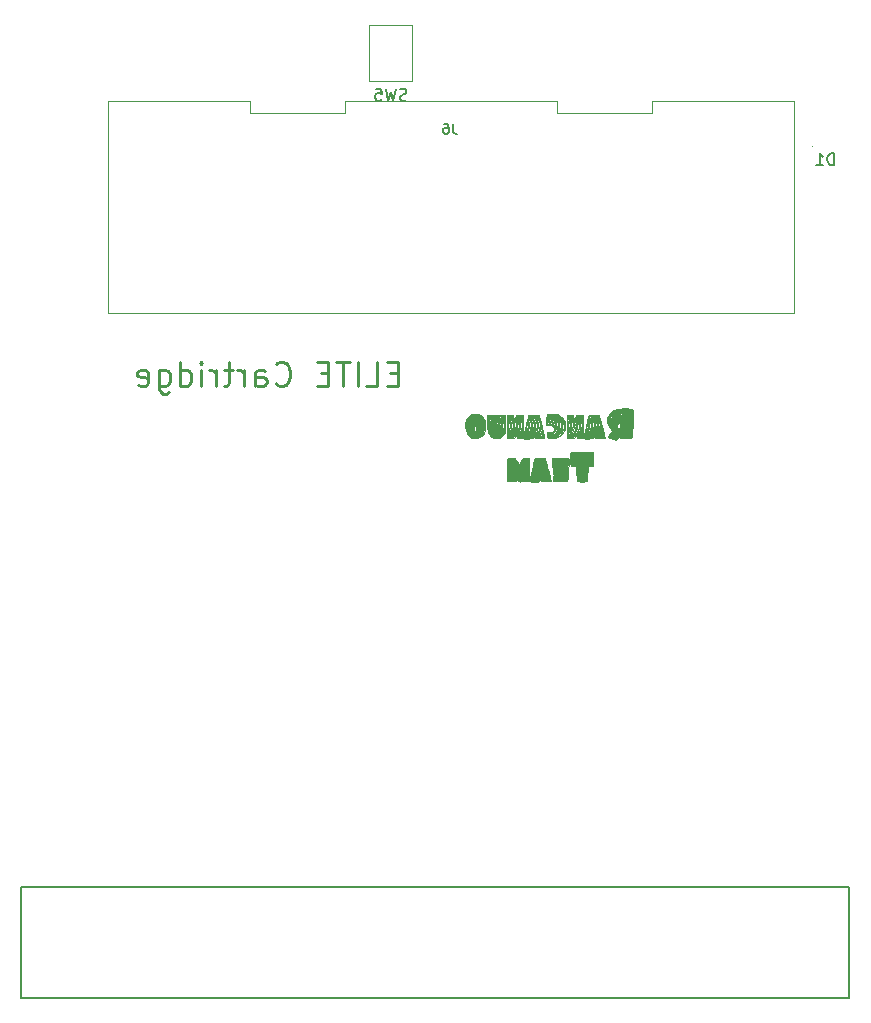
<source format=gbr>
G04 #@! TF.GenerationSoftware,KiCad,Pcbnew,(5.1.6)-1*
G04 #@! TF.CreationDate,2020-11-21T20:25:47+01:00*
G04 #@! TF.ProjectId,Dandanator CPC,44616e64-616e-4617-946f-72204350432e,rev?*
G04 #@! TF.SameCoordinates,Original*
G04 #@! TF.FileFunction,Legend,Bot*
G04 #@! TF.FilePolarity,Positive*
%FSLAX46Y46*%
G04 Gerber Fmt 4.6, Leading zero omitted, Abs format (unit mm)*
G04 Created by KiCad (PCBNEW (5.1.6)-1) date 2020-11-21 20:25:47*
%MOMM*%
%LPD*%
G01*
G04 APERTURE LIST*
%ADD10C,0.250000*%
%ADD11C,0.010000*%
%ADD12C,0.120000*%
%ADD13C,0.127000*%
%ADD14C,0.100000*%
%ADD15C,0.150000*%
%ADD16C,0.152400*%
G04 APERTURE END LIST*
D10*
X63039520Y-53994702D02*
X62372853Y-53994702D01*
X62087139Y-55042321D02*
X63039520Y-55042321D01*
X63039520Y-53042321D01*
X62087139Y-53042321D01*
X60277615Y-55042321D02*
X61229996Y-55042321D01*
X61229996Y-53042321D01*
X59610948Y-55042321D02*
X59610948Y-53042321D01*
X58944281Y-53042321D02*
X57801424Y-53042321D01*
X58372853Y-55042321D02*
X58372853Y-53042321D01*
X57134758Y-53994702D02*
X56468091Y-53994702D01*
X56182377Y-55042321D02*
X57134758Y-55042321D01*
X57134758Y-53042321D01*
X56182377Y-53042321D01*
X52658567Y-54851845D02*
X52753805Y-54947083D01*
X53039520Y-55042321D01*
X53229996Y-55042321D01*
X53515710Y-54947083D01*
X53706186Y-54756607D01*
X53801424Y-54566131D01*
X53896662Y-54185179D01*
X53896662Y-53899464D01*
X53801424Y-53518512D01*
X53706186Y-53328036D01*
X53515710Y-53137560D01*
X53229996Y-53042321D01*
X53039520Y-53042321D01*
X52753805Y-53137560D01*
X52658567Y-53232798D01*
X50944281Y-55042321D02*
X50944281Y-53994702D01*
X51039520Y-53804226D01*
X51229996Y-53708988D01*
X51610948Y-53708988D01*
X51801424Y-53804226D01*
X50944281Y-54947083D02*
X51134758Y-55042321D01*
X51610948Y-55042321D01*
X51801424Y-54947083D01*
X51896662Y-54756607D01*
X51896662Y-54566131D01*
X51801424Y-54375655D01*
X51610948Y-54280417D01*
X51134758Y-54280417D01*
X50944281Y-54185179D01*
X49991900Y-55042321D02*
X49991900Y-53708988D01*
X49991900Y-54089940D02*
X49896662Y-53899464D01*
X49801424Y-53804226D01*
X49610948Y-53708988D01*
X49420472Y-53708988D01*
X49039520Y-53708988D02*
X48277615Y-53708988D01*
X48753805Y-53042321D02*
X48753805Y-54756607D01*
X48658567Y-54947083D01*
X48468091Y-55042321D01*
X48277615Y-55042321D01*
X47610948Y-55042321D02*
X47610948Y-53708988D01*
X47610948Y-54089940D02*
X47515710Y-53899464D01*
X47420472Y-53804226D01*
X47229996Y-53708988D01*
X47039520Y-53708988D01*
X46372853Y-55042321D02*
X46372853Y-53708988D01*
X46372853Y-53042321D02*
X46468091Y-53137560D01*
X46372853Y-53232798D01*
X46277615Y-53137560D01*
X46372853Y-53042321D01*
X46372853Y-53232798D01*
X44563329Y-55042321D02*
X44563329Y-53042321D01*
X44563329Y-54947083D02*
X44753805Y-55042321D01*
X45134758Y-55042321D01*
X45325234Y-54947083D01*
X45420472Y-54851845D01*
X45515710Y-54661369D01*
X45515710Y-54089940D01*
X45420472Y-53899464D01*
X45325234Y-53804226D01*
X45134758Y-53708988D01*
X44753805Y-53708988D01*
X44563329Y-53804226D01*
X42753805Y-53708988D02*
X42753805Y-55328036D01*
X42849043Y-55518512D01*
X42944281Y-55613750D01*
X43134758Y-55708988D01*
X43420472Y-55708988D01*
X43610948Y-55613750D01*
X42753805Y-54947083D02*
X42944281Y-55042321D01*
X43325234Y-55042321D01*
X43515710Y-54947083D01*
X43610948Y-54851845D01*
X43706186Y-54661369D01*
X43706186Y-54089940D01*
X43610948Y-53899464D01*
X43515710Y-53804226D01*
X43325234Y-53708988D01*
X42944281Y-53708988D01*
X42753805Y-53804226D01*
X41039520Y-54947083D02*
X41229996Y-55042321D01*
X41610948Y-55042321D01*
X41801424Y-54947083D01*
X41896662Y-54756607D01*
X41896662Y-53994702D01*
X41801424Y-53804226D01*
X41610948Y-53708988D01*
X41229996Y-53708988D01*
X41039520Y-53804226D01*
X40944281Y-53994702D01*
X40944281Y-54185179D01*
X41896662Y-54375655D01*
D11*
G36*
X70661171Y-57517823D02*
G01*
X70609575Y-57530108D01*
X70576235Y-57558522D01*
X70557710Y-57609536D01*
X70550557Y-57689622D01*
X70551334Y-57805248D01*
X70556599Y-57962886D01*
X70558918Y-58030795D01*
X70572607Y-58334043D01*
X70593148Y-58590963D01*
X70622016Y-58805742D01*
X70660688Y-58982567D01*
X70710639Y-59125625D01*
X70773344Y-59239102D01*
X70850280Y-59327187D01*
X70942923Y-59394065D01*
X71052748Y-59443923D01*
X71057628Y-59445661D01*
X71185051Y-59473788D01*
X71337075Y-59482426D01*
X71491572Y-59472004D01*
X71626409Y-59442949D01*
X71651052Y-59434171D01*
X71822005Y-59345574D01*
X71951915Y-59228743D01*
X72010418Y-59145567D01*
X72041071Y-59084208D01*
X72063567Y-59013497D01*
X72080709Y-58920895D01*
X72095298Y-58793865D01*
X72099667Y-58746378D01*
X72112029Y-58577535D01*
X72118558Y-58441296D01*
X71969434Y-58441296D01*
X71959827Y-58547593D01*
X71941095Y-58628777D01*
X71915187Y-58675857D01*
X71889203Y-58682434D01*
X71872848Y-58654774D01*
X71865892Y-58585298D01*
X71867888Y-58470552D01*
X71867637Y-58444324D01*
X71716961Y-58444324D01*
X71708427Y-58503961D01*
X71692039Y-58515972D01*
X71669683Y-58481268D01*
X71643246Y-58400761D01*
X71640469Y-58388771D01*
X71464915Y-58388771D01*
X71462318Y-58438945D01*
X71450677Y-58457026D01*
X71435075Y-58455013D01*
X71409158Y-58422398D01*
X71383843Y-58351834D01*
X71369748Y-58289832D01*
X71342301Y-58177096D01*
X71302994Y-58054818D01*
X71278581Y-57992455D01*
X71241886Y-57900641D01*
X71212672Y-57815681D01*
X71200369Y-57769760D01*
X71185265Y-57693560D01*
X71239254Y-57756982D01*
X71334526Y-57898489D01*
X71408920Y-58066782D01*
X71453181Y-58239191D01*
X71459915Y-58297336D01*
X71464915Y-58388771D01*
X71640469Y-58388771D01*
X71617236Y-58288487D01*
X71567062Y-58097377D01*
X71494006Y-57922012D01*
X71389315Y-57742150D01*
X71365438Y-57706260D01*
X71321230Y-57631664D01*
X71311046Y-57589607D01*
X71318368Y-57581794D01*
X71356083Y-57594041D01*
X71409769Y-57644098D01*
X71473241Y-57724061D01*
X71540315Y-57826027D01*
X71604807Y-57942092D01*
X71612868Y-57958186D01*
X71665263Y-58073478D01*
X71695968Y-58170652D01*
X71711542Y-58273811D01*
X71715756Y-58336147D01*
X71716961Y-58444324D01*
X71867637Y-58444324D01*
X71866338Y-58308920D01*
X71842927Y-58163373D01*
X71793308Y-58018876D01*
X71713135Y-57860394D01*
X71670653Y-57788262D01*
X71611454Y-57683367D01*
X71581149Y-57613792D01*
X71578593Y-57581557D01*
X71602643Y-57588682D01*
X71652153Y-57637187D01*
X71713515Y-57712610D01*
X71828291Y-57878474D01*
X71905529Y-58030285D01*
X71950686Y-58181045D01*
X71967970Y-58318875D01*
X71969434Y-58441296D01*
X72118558Y-58441296D01*
X72120550Y-58399732D01*
X72125297Y-58221105D01*
X72126341Y-58049791D01*
X72123751Y-57893925D01*
X72121783Y-57851611D01*
X72024240Y-57851611D01*
X72020754Y-57896636D01*
X72014916Y-57909460D01*
X71996768Y-57890273D01*
X71961127Y-57841490D01*
X71938716Y-57808404D01*
X71893738Y-57738068D01*
X71875767Y-57699723D01*
X71882544Y-57683836D01*
X71908500Y-57680860D01*
X71953583Y-57702776D01*
X71995287Y-57756240D01*
X72021120Y-57822823D01*
X72024240Y-57851611D01*
X72121783Y-57851611D01*
X72117596Y-57761645D01*
X72107946Y-57661088D01*
X72094871Y-57600389D01*
X72089796Y-57590464D01*
X72072260Y-57572061D01*
X72045420Y-57558539D01*
X72001496Y-57548908D01*
X71932705Y-57542176D01*
X71831264Y-57537354D01*
X71689391Y-57533450D01*
X71632009Y-57532187D01*
X71458446Y-57529750D01*
X71330421Y-57531031D01*
X71242791Y-57536281D01*
X71190414Y-57545747D01*
X71172631Y-57554449D01*
X71161116Y-57570157D01*
X71152639Y-57599429D01*
X71147023Y-57648081D01*
X71144090Y-57721928D01*
X71143663Y-57826787D01*
X71145565Y-57968474D01*
X71149619Y-58152804D01*
X71151781Y-58238923D01*
X71156645Y-58454377D01*
X71158847Y-58623082D01*
X71158310Y-58749022D01*
X71154961Y-58836181D01*
X71148724Y-58888545D01*
X71139526Y-58910098D01*
X71139204Y-58910310D01*
X71129831Y-58902630D01*
X71122480Y-58864170D01*
X71116980Y-58791158D01*
X71113162Y-58679821D01*
X71110856Y-58526386D01*
X71109893Y-58327081D01*
X71109865Y-58289148D01*
X70698662Y-58289148D01*
X70694702Y-58309643D01*
X70674456Y-58296476D01*
X70666567Y-58288926D01*
X70640171Y-58239817D01*
X70619915Y-58159152D01*
X70613707Y-58111126D01*
X70607459Y-58034097D01*
X70608067Y-58002211D01*
X70617520Y-58010045D01*
X70636420Y-58049160D01*
X70664632Y-58126992D01*
X70687347Y-58216565D01*
X70689280Y-58226960D01*
X70698662Y-58289148D01*
X71109865Y-58289148D01*
X71109840Y-58256969D01*
X71109767Y-58206583D01*
X70922302Y-58206583D01*
X70901213Y-58230905D01*
X70897061Y-58231193D01*
X70863402Y-58209175D01*
X70842995Y-58162795D01*
X70823758Y-58109948D01*
X70785455Y-58028173D01*
X70735117Y-57932120D01*
X70714906Y-57895993D01*
X70664179Y-57801107D01*
X70625487Y-57717535D01*
X70604783Y-57658620D01*
X70602873Y-57644774D01*
X70607438Y-57617032D01*
X70624861Y-57621402D01*
X70663231Y-57661464D01*
X70677231Y-57677694D01*
X70744821Y-57767386D01*
X70806378Y-57868206D01*
X70858403Y-57971345D01*
X70897398Y-58067994D01*
X70919864Y-58149343D01*
X70922302Y-58206583D01*
X71109767Y-58206583D01*
X71109540Y-58052312D01*
X71108406Y-57892572D01*
X71107914Y-57866893D01*
X70992573Y-57866893D01*
X70990573Y-57888370D01*
X70976702Y-57881273D01*
X70945980Y-57841686D01*
X70893425Y-57765698D01*
X70865567Y-57724810D01*
X70812146Y-57637673D01*
X70787948Y-57579778D01*
X70791625Y-57554829D01*
X70821830Y-57566527D01*
X70877215Y-57618574D01*
X70896395Y-57640120D01*
X70952281Y-57722128D01*
X70984893Y-57804636D01*
X70987684Y-57820754D01*
X70992573Y-57866893D01*
X71107914Y-57866893D01*
X71106089Y-57771868D01*
X71102238Y-57684318D01*
X71096506Y-57624041D01*
X71088541Y-57585156D01*
X71077994Y-57561783D01*
X71067852Y-57550620D01*
X71011110Y-57528800D01*
X70907767Y-57517408D01*
X70832902Y-57515760D01*
X70734466Y-57515197D01*
X70661171Y-57517823D01*
G37*
X70661171Y-57517823D02*
X70609575Y-57530108D01*
X70576235Y-57558522D01*
X70557710Y-57609536D01*
X70550557Y-57689622D01*
X70551334Y-57805248D01*
X70556599Y-57962886D01*
X70558918Y-58030795D01*
X70572607Y-58334043D01*
X70593148Y-58590963D01*
X70622016Y-58805742D01*
X70660688Y-58982567D01*
X70710639Y-59125625D01*
X70773344Y-59239102D01*
X70850280Y-59327187D01*
X70942923Y-59394065D01*
X71052748Y-59443923D01*
X71057628Y-59445661D01*
X71185051Y-59473788D01*
X71337075Y-59482426D01*
X71491572Y-59472004D01*
X71626409Y-59442949D01*
X71651052Y-59434171D01*
X71822005Y-59345574D01*
X71951915Y-59228743D01*
X72010418Y-59145567D01*
X72041071Y-59084208D01*
X72063567Y-59013497D01*
X72080709Y-58920895D01*
X72095298Y-58793865D01*
X72099667Y-58746378D01*
X72112029Y-58577535D01*
X72118558Y-58441296D01*
X71969434Y-58441296D01*
X71959827Y-58547593D01*
X71941095Y-58628777D01*
X71915187Y-58675857D01*
X71889203Y-58682434D01*
X71872848Y-58654774D01*
X71865892Y-58585298D01*
X71867888Y-58470552D01*
X71867637Y-58444324D01*
X71716961Y-58444324D01*
X71708427Y-58503961D01*
X71692039Y-58515972D01*
X71669683Y-58481268D01*
X71643246Y-58400761D01*
X71640469Y-58388771D01*
X71464915Y-58388771D01*
X71462318Y-58438945D01*
X71450677Y-58457026D01*
X71435075Y-58455013D01*
X71409158Y-58422398D01*
X71383843Y-58351834D01*
X71369748Y-58289832D01*
X71342301Y-58177096D01*
X71302994Y-58054818D01*
X71278581Y-57992455D01*
X71241886Y-57900641D01*
X71212672Y-57815681D01*
X71200369Y-57769760D01*
X71185265Y-57693560D01*
X71239254Y-57756982D01*
X71334526Y-57898489D01*
X71408920Y-58066782D01*
X71453181Y-58239191D01*
X71459915Y-58297336D01*
X71464915Y-58388771D01*
X71640469Y-58388771D01*
X71617236Y-58288487D01*
X71567062Y-58097377D01*
X71494006Y-57922012D01*
X71389315Y-57742150D01*
X71365438Y-57706260D01*
X71321230Y-57631664D01*
X71311046Y-57589607D01*
X71318368Y-57581794D01*
X71356083Y-57594041D01*
X71409769Y-57644098D01*
X71473241Y-57724061D01*
X71540315Y-57826027D01*
X71604807Y-57942092D01*
X71612868Y-57958186D01*
X71665263Y-58073478D01*
X71695968Y-58170652D01*
X71711542Y-58273811D01*
X71715756Y-58336147D01*
X71716961Y-58444324D01*
X71867637Y-58444324D01*
X71866338Y-58308920D01*
X71842927Y-58163373D01*
X71793308Y-58018876D01*
X71713135Y-57860394D01*
X71670653Y-57788262D01*
X71611454Y-57683367D01*
X71581149Y-57613792D01*
X71578593Y-57581557D01*
X71602643Y-57588682D01*
X71652153Y-57637187D01*
X71713515Y-57712610D01*
X71828291Y-57878474D01*
X71905529Y-58030285D01*
X71950686Y-58181045D01*
X71967970Y-58318875D01*
X71969434Y-58441296D01*
X72118558Y-58441296D01*
X72120550Y-58399732D01*
X72125297Y-58221105D01*
X72126341Y-58049791D01*
X72123751Y-57893925D01*
X72121783Y-57851611D01*
X72024240Y-57851611D01*
X72020754Y-57896636D01*
X72014916Y-57909460D01*
X71996768Y-57890273D01*
X71961127Y-57841490D01*
X71938716Y-57808404D01*
X71893738Y-57738068D01*
X71875767Y-57699723D01*
X71882544Y-57683836D01*
X71908500Y-57680860D01*
X71953583Y-57702776D01*
X71995287Y-57756240D01*
X72021120Y-57822823D01*
X72024240Y-57851611D01*
X72121783Y-57851611D01*
X72117596Y-57761645D01*
X72107946Y-57661088D01*
X72094871Y-57600389D01*
X72089796Y-57590464D01*
X72072260Y-57572061D01*
X72045420Y-57558539D01*
X72001496Y-57548908D01*
X71932705Y-57542176D01*
X71831264Y-57537354D01*
X71689391Y-57533450D01*
X71632009Y-57532187D01*
X71458446Y-57529750D01*
X71330421Y-57531031D01*
X71242791Y-57536281D01*
X71190414Y-57545747D01*
X71172631Y-57554449D01*
X71161116Y-57570157D01*
X71152639Y-57599429D01*
X71147023Y-57648081D01*
X71144090Y-57721928D01*
X71143663Y-57826787D01*
X71145565Y-57968474D01*
X71149619Y-58152804D01*
X71151781Y-58238923D01*
X71156645Y-58454377D01*
X71158847Y-58623082D01*
X71158310Y-58749022D01*
X71154961Y-58836181D01*
X71148724Y-58888545D01*
X71139526Y-58910098D01*
X71139204Y-58910310D01*
X71129831Y-58902630D01*
X71122480Y-58864170D01*
X71116980Y-58791158D01*
X71113162Y-58679821D01*
X71110856Y-58526386D01*
X71109893Y-58327081D01*
X71109865Y-58289148D01*
X70698662Y-58289148D01*
X70694702Y-58309643D01*
X70674456Y-58296476D01*
X70666567Y-58288926D01*
X70640171Y-58239817D01*
X70619915Y-58159152D01*
X70613707Y-58111126D01*
X70607459Y-58034097D01*
X70608067Y-58002211D01*
X70617520Y-58010045D01*
X70636420Y-58049160D01*
X70664632Y-58126992D01*
X70687347Y-58216565D01*
X70689280Y-58226960D01*
X70698662Y-58289148D01*
X71109865Y-58289148D01*
X71109840Y-58256969D01*
X71109767Y-58206583D01*
X70922302Y-58206583D01*
X70901213Y-58230905D01*
X70897061Y-58231193D01*
X70863402Y-58209175D01*
X70842995Y-58162795D01*
X70823758Y-58109948D01*
X70785455Y-58028173D01*
X70735117Y-57932120D01*
X70714906Y-57895993D01*
X70664179Y-57801107D01*
X70625487Y-57717535D01*
X70604783Y-57658620D01*
X70602873Y-57644774D01*
X70607438Y-57617032D01*
X70624861Y-57621402D01*
X70663231Y-57661464D01*
X70677231Y-57677694D01*
X70744821Y-57767386D01*
X70806378Y-57868206D01*
X70858403Y-57971345D01*
X70897398Y-58067994D01*
X70919864Y-58149343D01*
X70922302Y-58206583D01*
X71109767Y-58206583D01*
X71109540Y-58052312D01*
X71108406Y-57892572D01*
X71107914Y-57866893D01*
X70992573Y-57866893D01*
X70990573Y-57888370D01*
X70976702Y-57881273D01*
X70945980Y-57841686D01*
X70893425Y-57765698D01*
X70865567Y-57724810D01*
X70812146Y-57637673D01*
X70787948Y-57579778D01*
X70791625Y-57554829D01*
X70821830Y-57566527D01*
X70877215Y-57618574D01*
X70896395Y-57640120D01*
X70952281Y-57722128D01*
X70984893Y-57804636D01*
X70987684Y-57820754D01*
X70992573Y-57866893D01*
X71107914Y-57866893D01*
X71106089Y-57771868D01*
X71102238Y-57684318D01*
X71096506Y-57624041D01*
X71088541Y-57585156D01*
X71077994Y-57561783D01*
X71067852Y-57550620D01*
X71011110Y-57528800D01*
X70907767Y-57517408D01*
X70832902Y-57515760D01*
X70734466Y-57515197D01*
X70661171Y-57517823D01*
G36*
X73206783Y-57505058D02*
G01*
X73117445Y-57516717D01*
X73084504Y-57526116D01*
X73042326Y-57557758D01*
X72985248Y-57620805D01*
X72924179Y-57702907D01*
X72911401Y-57722132D01*
X72798940Y-57895091D01*
X72786142Y-57735056D01*
X72782177Y-57704606D01*
X72653013Y-57704606D01*
X72649539Y-57706260D01*
X72626359Y-57688378D01*
X72621140Y-57680860D01*
X72614668Y-57657113D01*
X72618142Y-57655460D01*
X72641322Y-57673341D01*
X72646540Y-57680860D01*
X72653013Y-57704606D01*
X72782177Y-57704606D01*
X72772757Y-57632272D01*
X72746102Y-57564945D01*
X72696941Y-57525810D01*
X72616034Y-57507603D01*
X72494144Y-57503061D01*
X72491100Y-57503060D01*
X72378554Y-57507115D01*
X72306608Y-57520434D01*
X72267048Y-57543281D01*
X72256570Y-57558498D01*
X72248158Y-57584282D01*
X72241646Y-57625536D01*
X72236867Y-57687160D01*
X72233652Y-57774056D01*
X72231836Y-57891127D01*
X72231250Y-58043272D01*
X72231728Y-58235395D01*
X72233102Y-58472397D01*
X72233483Y-58527531D01*
X72240140Y-59471560D01*
X72533917Y-59478675D01*
X72827694Y-59485791D01*
X73078340Y-59121645D01*
X73086121Y-59270324D01*
X73094764Y-59356646D01*
X73108960Y-59424347D01*
X73120981Y-59451631D01*
X73160122Y-59468540D01*
X73234419Y-59479557D01*
X73328565Y-59484611D01*
X73427252Y-59483634D01*
X73515170Y-59476556D01*
X73577012Y-59463307D01*
X73593960Y-59453780D01*
X73602566Y-59430724D01*
X73609570Y-59378146D01*
X73615082Y-59292602D01*
X73619214Y-59170647D01*
X73622075Y-59008837D01*
X73622610Y-58944229D01*
X73517296Y-58944229D01*
X73511803Y-58991379D01*
X73483840Y-59068117D01*
X73449818Y-59111545D01*
X73418456Y-59114238D01*
X73413392Y-59084956D01*
X73431268Y-59032366D01*
X73433853Y-59027229D01*
X73472950Y-58963176D01*
X73502695Y-58934622D01*
X73517296Y-58944229D01*
X73622610Y-58944229D01*
X73623285Y-58862729D01*
X73567071Y-58862729D01*
X73561985Y-58872970D01*
X73537765Y-58899230D01*
X73533310Y-58880711D01*
X73539476Y-58860864D01*
X73558176Y-58833202D01*
X73566622Y-58833774D01*
X73567071Y-58862729D01*
X73623285Y-58862729D01*
X73623775Y-58803728D01*
X73624426Y-58551874D01*
X73624440Y-58502720D01*
X73624440Y-58390323D01*
X73500380Y-58390323D01*
X73492771Y-58546327D01*
X73466091Y-58680369D01*
X73460573Y-58696860D01*
X73423434Y-58782579D01*
X73374249Y-58872534D01*
X73320810Y-58954995D01*
X73270909Y-59018231D01*
X73232337Y-59050513D01*
X73224390Y-59052410D01*
X73194794Y-59046027D01*
X73192640Y-59042396D01*
X73202846Y-59016503D01*
X73230107Y-58955942D01*
X73269387Y-58871791D01*
X73287890Y-58832846D01*
X73333189Y-58734361D01*
X73361284Y-58657789D01*
X73376254Y-58584262D01*
X73382176Y-58494912D01*
X73383140Y-58392060D01*
X73382717Y-58381971D01*
X73255398Y-58381971D01*
X73244297Y-58538754D01*
X73220187Y-58630067D01*
X73182634Y-58729568D01*
X73137599Y-58825566D01*
X73091039Y-58906372D01*
X73048914Y-58960293D01*
X73021284Y-58976260D01*
X72996615Y-58962331D01*
X73003585Y-58931810D01*
X73089356Y-58704170D01*
X73134260Y-58498806D01*
X73135899Y-58425849D01*
X72996695Y-58425849D01*
X72967877Y-58624050D01*
X72897727Y-58799124D01*
X72851722Y-58874104D01*
X72815182Y-58916414D01*
X72793011Y-58922763D01*
X72790113Y-58889862D01*
X72794598Y-58868310D01*
X72809520Y-58811926D01*
X72832366Y-58729053D01*
X72848359Y-58672274D01*
X72879417Y-58507236D01*
X72883163Y-58396320D01*
X72743625Y-58396320D01*
X72735002Y-58519853D01*
X72733027Y-58531229D01*
X72706710Y-58635452D01*
X72670217Y-58733413D01*
X72629267Y-58813359D01*
X72589577Y-58863537D01*
X72565958Y-58874660D01*
X72539732Y-58858623D01*
X72541308Y-58842910D01*
X72612062Y-58618949D01*
X72627122Y-58467035D01*
X72491478Y-58467035D01*
X72481480Y-58531583D01*
X72446603Y-58662220D01*
X72409917Y-58754347D01*
X72373532Y-58803632D01*
X72346106Y-58809320D01*
X72325801Y-58794118D01*
X72323383Y-58761847D01*
X72338704Y-58698780D01*
X72344702Y-58678542D01*
X72374977Y-58510345D01*
X72374870Y-58324067D01*
X72345016Y-58141861D01*
X72327669Y-58083188D01*
X72301232Y-57990721D01*
X72285600Y-57908004D01*
X72283739Y-57861739D01*
X72290541Y-57831742D01*
X72303617Y-57832003D01*
X72328096Y-57867607D01*
X72369107Y-57943643D01*
X72372061Y-57949324D01*
X72446183Y-58126740D01*
X72486796Y-58303609D01*
X72491478Y-58467035D01*
X72627122Y-58467035D01*
X72633820Y-58399483D01*
X72606232Y-58181852D01*
X72528947Y-57963395D01*
X72401616Y-57741453D01*
X72394938Y-57731683D01*
X72343284Y-57649863D01*
X72323818Y-57599854D01*
X72332552Y-57577089D01*
X72368762Y-57582177D01*
X72418439Y-57626353D01*
X72476772Y-57701306D01*
X72538948Y-57798727D01*
X72600156Y-57910307D01*
X72655582Y-58027735D01*
X72700414Y-58142703D01*
X72729840Y-58246901D01*
X72734308Y-58270803D01*
X72743625Y-58396320D01*
X72883163Y-58396320D01*
X72885285Y-58333497D01*
X72865984Y-58172366D01*
X72847779Y-58105734D01*
X72824193Y-58015495D01*
X72827409Y-57956104D01*
X72833505Y-57942460D01*
X72851117Y-57921851D01*
X72869888Y-57932790D01*
X72896644Y-57981785D01*
X72913387Y-58018613D01*
X72978580Y-58221621D01*
X72996695Y-58425849D01*
X73135899Y-58425849D01*
X73138544Y-58308156D01*
X73102453Y-58124656D01*
X73035295Y-57958644D01*
X72984205Y-57846599D01*
X72962412Y-57774860D01*
X72967155Y-57744360D01*
X72994891Y-57738135D01*
X73030953Y-57769915D01*
X73077887Y-57842986D01*
X73138239Y-57960637D01*
X73144198Y-57973070D01*
X73224055Y-58184258D01*
X73255398Y-58381971D01*
X73382717Y-58381971D01*
X73376851Y-58242125D01*
X73354579Y-58113663D01*
X73311215Y-57991796D01*
X73241652Y-57861644D01*
X73155945Y-57730239D01*
X73109160Y-57652656D01*
X73090148Y-57599953D01*
X73098746Y-57577357D01*
X73134790Y-57590094D01*
X73159752Y-57608608D01*
X73206928Y-57660502D01*
X73266934Y-57744629D01*
X73331318Y-57847095D01*
X73391629Y-57954006D01*
X73439414Y-58051470D01*
X73458668Y-58099960D01*
X73488989Y-58234239D01*
X73500380Y-58390323D01*
X73624440Y-58390323D01*
X73624440Y-57900448D01*
X73573640Y-57900448D01*
X73572177Y-57939285D01*
X73564278Y-57951911D01*
X73544682Y-57933910D01*
X73508128Y-57880866D01*
X73459733Y-57804833D01*
X73408061Y-57714789D01*
X73389134Y-57658818D01*
X73402036Y-57632950D01*
X73419364Y-57630060D01*
X73449948Y-57651210D01*
X73489585Y-57704239D01*
X73529354Y-57773511D01*
X73560333Y-57843388D01*
X73573602Y-57898237D01*
X73573640Y-57900448D01*
X73624440Y-57900448D01*
X73624440Y-57582140D01*
X73567989Y-57542600D01*
X73510938Y-57521741D01*
X73420444Y-57508147D01*
X73313421Y-57502394D01*
X73206783Y-57505058D01*
G37*
X73206783Y-57505058D02*
X73117445Y-57516717D01*
X73084504Y-57526116D01*
X73042326Y-57557758D01*
X72985248Y-57620805D01*
X72924179Y-57702907D01*
X72911401Y-57722132D01*
X72798940Y-57895091D01*
X72786142Y-57735056D01*
X72782177Y-57704606D01*
X72653013Y-57704606D01*
X72649539Y-57706260D01*
X72626359Y-57688378D01*
X72621140Y-57680860D01*
X72614668Y-57657113D01*
X72618142Y-57655460D01*
X72641322Y-57673341D01*
X72646540Y-57680860D01*
X72653013Y-57704606D01*
X72782177Y-57704606D01*
X72772757Y-57632272D01*
X72746102Y-57564945D01*
X72696941Y-57525810D01*
X72616034Y-57507603D01*
X72494144Y-57503061D01*
X72491100Y-57503060D01*
X72378554Y-57507115D01*
X72306608Y-57520434D01*
X72267048Y-57543281D01*
X72256570Y-57558498D01*
X72248158Y-57584282D01*
X72241646Y-57625536D01*
X72236867Y-57687160D01*
X72233652Y-57774056D01*
X72231836Y-57891127D01*
X72231250Y-58043272D01*
X72231728Y-58235395D01*
X72233102Y-58472397D01*
X72233483Y-58527531D01*
X72240140Y-59471560D01*
X72533917Y-59478675D01*
X72827694Y-59485791D01*
X73078340Y-59121645D01*
X73086121Y-59270324D01*
X73094764Y-59356646D01*
X73108960Y-59424347D01*
X73120981Y-59451631D01*
X73160122Y-59468540D01*
X73234419Y-59479557D01*
X73328565Y-59484611D01*
X73427252Y-59483634D01*
X73515170Y-59476556D01*
X73577012Y-59463307D01*
X73593960Y-59453780D01*
X73602566Y-59430724D01*
X73609570Y-59378146D01*
X73615082Y-59292602D01*
X73619214Y-59170647D01*
X73622075Y-59008837D01*
X73622610Y-58944229D01*
X73517296Y-58944229D01*
X73511803Y-58991379D01*
X73483840Y-59068117D01*
X73449818Y-59111545D01*
X73418456Y-59114238D01*
X73413392Y-59084956D01*
X73431268Y-59032366D01*
X73433853Y-59027229D01*
X73472950Y-58963176D01*
X73502695Y-58934622D01*
X73517296Y-58944229D01*
X73622610Y-58944229D01*
X73623285Y-58862729D01*
X73567071Y-58862729D01*
X73561985Y-58872970D01*
X73537765Y-58899230D01*
X73533310Y-58880711D01*
X73539476Y-58860864D01*
X73558176Y-58833202D01*
X73566622Y-58833774D01*
X73567071Y-58862729D01*
X73623285Y-58862729D01*
X73623775Y-58803728D01*
X73624426Y-58551874D01*
X73624440Y-58502720D01*
X73624440Y-58390323D01*
X73500380Y-58390323D01*
X73492771Y-58546327D01*
X73466091Y-58680369D01*
X73460573Y-58696860D01*
X73423434Y-58782579D01*
X73374249Y-58872534D01*
X73320810Y-58954995D01*
X73270909Y-59018231D01*
X73232337Y-59050513D01*
X73224390Y-59052410D01*
X73194794Y-59046027D01*
X73192640Y-59042396D01*
X73202846Y-59016503D01*
X73230107Y-58955942D01*
X73269387Y-58871791D01*
X73287890Y-58832846D01*
X73333189Y-58734361D01*
X73361284Y-58657789D01*
X73376254Y-58584262D01*
X73382176Y-58494912D01*
X73383140Y-58392060D01*
X73382717Y-58381971D01*
X73255398Y-58381971D01*
X73244297Y-58538754D01*
X73220187Y-58630067D01*
X73182634Y-58729568D01*
X73137599Y-58825566D01*
X73091039Y-58906372D01*
X73048914Y-58960293D01*
X73021284Y-58976260D01*
X72996615Y-58962331D01*
X73003585Y-58931810D01*
X73089356Y-58704170D01*
X73134260Y-58498806D01*
X73135899Y-58425849D01*
X72996695Y-58425849D01*
X72967877Y-58624050D01*
X72897727Y-58799124D01*
X72851722Y-58874104D01*
X72815182Y-58916414D01*
X72793011Y-58922763D01*
X72790113Y-58889862D01*
X72794598Y-58868310D01*
X72809520Y-58811926D01*
X72832366Y-58729053D01*
X72848359Y-58672274D01*
X72879417Y-58507236D01*
X72883163Y-58396320D01*
X72743625Y-58396320D01*
X72735002Y-58519853D01*
X72733027Y-58531229D01*
X72706710Y-58635452D01*
X72670217Y-58733413D01*
X72629267Y-58813359D01*
X72589577Y-58863537D01*
X72565958Y-58874660D01*
X72539732Y-58858623D01*
X72541308Y-58842910D01*
X72612062Y-58618949D01*
X72627122Y-58467035D01*
X72491478Y-58467035D01*
X72481480Y-58531583D01*
X72446603Y-58662220D01*
X72409917Y-58754347D01*
X72373532Y-58803632D01*
X72346106Y-58809320D01*
X72325801Y-58794118D01*
X72323383Y-58761847D01*
X72338704Y-58698780D01*
X72344702Y-58678542D01*
X72374977Y-58510345D01*
X72374870Y-58324067D01*
X72345016Y-58141861D01*
X72327669Y-58083188D01*
X72301232Y-57990721D01*
X72285600Y-57908004D01*
X72283739Y-57861739D01*
X72290541Y-57831742D01*
X72303617Y-57832003D01*
X72328096Y-57867607D01*
X72369107Y-57943643D01*
X72372061Y-57949324D01*
X72446183Y-58126740D01*
X72486796Y-58303609D01*
X72491478Y-58467035D01*
X72627122Y-58467035D01*
X72633820Y-58399483D01*
X72606232Y-58181852D01*
X72528947Y-57963395D01*
X72401616Y-57741453D01*
X72394938Y-57731683D01*
X72343284Y-57649863D01*
X72323818Y-57599854D01*
X72332552Y-57577089D01*
X72368762Y-57582177D01*
X72418439Y-57626353D01*
X72476772Y-57701306D01*
X72538948Y-57798727D01*
X72600156Y-57910307D01*
X72655582Y-58027735D01*
X72700414Y-58142703D01*
X72729840Y-58246901D01*
X72734308Y-58270803D01*
X72743625Y-58396320D01*
X72883163Y-58396320D01*
X72885285Y-58333497D01*
X72865984Y-58172366D01*
X72847779Y-58105734D01*
X72824193Y-58015495D01*
X72827409Y-57956104D01*
X72833505Y-57942460D01*
X72851117Y-57921851D01*
X72869888Y-57932790D01*
X72896644Y-57981785D01*
X72913387Y-58018613D01*
X72978580Y-58221621D01*
X72996695Y-58425849D01*
X73135899Y-58425849D01*
X73138544Y-58308156D01*
X73102453Y-58124656D01*
X73035295Y-57958644D01*
X72984205Y-57846599D01*
X72962412Y-57774860D01*
X72967155Y-57744360D01*
X72994891Y-57738135D01*
X73030953Y-57769915D01*
X73077887Y-57842986D01*
X73138239Y-57960637D01*
X73144198Y-57973070D01*
X73224055Y-58184258D01*
X73255398Y-58381971D01*
X73382717Y-58381971D01*
X73376851Y-58242125D01*
X73354579Y-58113663D01*
X73311215Y-57991796D01*
X73241652Y-57861644D01*
X73155945Y-57730239D01*
X73109160Y-57652656D01*
X73090148Y-57599953D01*
X73098746Y-57577357D01*
X73134790Y-57590094D01*
X73159752Y-57608608D01*
X73206928Y-57660502D01*
X73266934Y-57744629D01*
X73331318Y-57847095D01*
X73391629Y-57954006D01*
X73439414Y-58051470D01*
X73458668Y-58099960D01*
X73488989Y-58234239D01*
X73500380Y-58390323D01*
X73624440Y-58390323D01*
X73624440Y-57900448D01*
X73573640Y-57900448D01*
X73572177Y-57939285D01*
X73564278Y-57951911D01*
X73544682Y-57933910D01*
X73508128Y-57880866D01*
X73459733Y-57804833D01*
X73408061Y-57714789D01*
X73389134Y-57658818D01*
X73402036Y-57632950D01*
X73419364Y-57630060D01*
X73449948Y-57651210D01*
X73489585Y-57704239D01*
X73529354Y-57773511D01*
X73560333Y-57843388D01*
X73573602Y-57898237D01*
X73573640Y-57900448D01*
X73624440Y-57900448D01*
X73624440Y-57582140D01*
X73567989Y-57542600D01*
X73510938Y-57521741D01*
X73420444Y-57508147D01*
X73313421Y-57502394D01*
X73206783Y-57505058D01*
G36*
X75982996Y-57435000D02*
G01*
X75949748Y-57436651D01*
X75830008Y-57444342D01*
X75729057Y-57453619D01*
X75657593Y-57463306D01*
X75626397Y-57472143D01*
X75613123Y-57508263D01*
X75599271Y-57583798D01*
X75585918Y-57687388D01*
X75574140Y-57807675D01*
X75565011Y-57933300D01*
X75559609Y-58052904D01*
X75559009Y-58155129D01*
X75559714Y-58176160D01*
X75567540Y-58353960D01*
X75776742Y-58355224D01*
X75882045Y-58357152D01*
X75951109Y-58363954D01*
X75998484Y-58379477D01*
X76038721Y-58407571D01*
X76064818Y-58431424D01*
X76144275Y-58523151D01*
X76200769Y-58620714D01*
X76227668Y-58710569D01*
X76225750Y-58760043D01*
X76197033Y-58815832D01*
X76144181Y-58879537D01*
X76122772Y-58899786D01*
X76072242Y-58940090D01*
X76024495Y-58963081D01*
X75962565Y-58973536D01*
X75869486Y-58976229D01*
X75851137Y-58976260D01*
X75746402Y-58980506D01*
X75670037Y-58992114D01*
X75636121Y-59006739D01*
X75617992Y-59050925D01*
X75608185Y-59126677D01*
X75606944Y-59215407D01*
X75614516Y-59298527D01*
X75631145Y-59357448D01*
X75631477Y-59358075D01*
X75681608Y-59403902D01*
X75770942Y-59440141D01*
X75888605Y-59465738D01*
X76023724Y-59479640D01*
X76165423Y-59480794D01*
X76302828Y-59468146D01*
X76425066Y-59440643D01*
X76438401Y-59436225D01*
X76639544Y-59341085D01*
X76824115Y-59203611D01*
X76983689Y-59031612D01*
X77109836Y-58832897D01*
X77126676Y-58798460D01*
X77159154Y-58721479D01*
X77178988Y-58648745D01*
X77189132Y-58563175D01*
X77192542Y-58447689D01*
X77192682Y-58417014D01*
X77192381Y-58389192D01*
X77060683Y-58389192D01*
X77047293Y-58590166D01*
X76987106Y-58778032D01*
X76974928Y-58802992D01*
X76944225Y-58872072D01*
X76927482Y-58927052D01*
X76926440Y-58937148D01*
X76915347Y-58971626D01*
X76905482Y-58976260D01*
X76881044Y-58995344D01*
X76837302Y-59045326D01*
X76784832Y-59113895D01*
X76705503Y-59211395D01*
X76628569Y-59284575D01*
X76563124Y-59325415D01*
X76538310Y-59331184D01*
X76540941Y-59312275D01*
X76566565Y-59261907D01*
X76609732Y-59190708D01*
X76612888Y-59185810D01*
X76724791Y-59009739D01*
X76810105Y-58866703D01*
X76871979Y-58748550D01*
X76913564Y-58647130D01*
X76938009Y-58554291D01*
X76948463Y-58461883D01*
X76948270Y-58411934D01*
X76808704Y-58411934D01*
X76798226Y-58550864D01*
X76745327Y-58727723D01*
X76651526Y-58923763D01*
X76520113Y-59133110D01*
X76354376Y-59349892D01*
X76342946Y-59363563D01*
X76295349Y-59406097D01*
X76268633Y-59404482D01*
X76270003Y-59363496D01*
X76285533Y-59325510D01*
X76317217Y-59268557D01*
X76368708Y-59183264D01*
X76431527Y-59083486D01*
X76469091Y-59025538D01*
X76574298Y-58850597D01*
X76644407Y-58696103D01*
X76683314Y-58549941D01*
X76693851Y-58413703D01*
X76552843Y-58413703D01*
X76524861Y-58623177D01*
X76448349Y-58834894D01*
X76397545Y-58932096D01*
X76340639Y-59024244D01*
X76299914Y-59079063D01*
X76237364Y-59155791D01*
X76177920Y-59234488D01*
X76167442Y-59249310D01*
X76121589Y-59302291D01*
X76079466Y-59330461D01*
X76071386Y-59331860D01*
X76054949Y-59322033D01*
X76062306Y-59287477D01*
X76095576Y-59220578D01*
X76109087Y-59196317D01*
X76149432Y-59116072D01*
X76175479Y-59047231D01*
X76180218Y-59019198D01*
X76077319Y-59019198D01*
X76072056Y-59040657D01*
X76042905Y-59086357D01*
X75987249Y-59163427D01*
X75961240Y-59198839D01*
X75900350Y-59274218D01*
X75844931Y-59329847D01*
X75805607Y-59355264D01*
X75801838Y-59355822D01*
X75773990Y-59353217D01*
X75771426Y-59334115D01*
X75793731Y-59285471D01*
X75799253Y-59274710D01*
X75870909Y-59155500D01*
X75944082Y-59069697D01*
X75972172Y-59051077D01*
X75791962Y-59051077D01*
X75788356Y-59078351D01*
X75756686Y-59129713D01*
X75740731Y-59152318D01*
X75669140Y-59252434D01*
X75660915Y-59174279D01*
X75667309Y-59101757D01*
X75690696Y-59058119D01*
X75739388Y-59033909D01*
X75770511Y-59036157D01*
X75791962Y-59051077D01*
X75972172Y-59051077D01*
X76012425Y-59024395D01*
X76026632Y-59020481D01*
X76061306Y-59014849D01*
X76077319Y-59019198D01*
X76180218Y-59019198D01*
X76181361Y-59012439D01*
X76199558Y-58963870D01*
X76233341Y-58939167D01*
X76288419Y-58891442D01*
X76341060Y-58804659D01*
X76386658Y-58690512D01*
X76420607Y-58560696D01*
X76427201Y-58510832D01*
X76302429Y-58510832D01*
X76299345Y-58538012D01*
X76283595Y-58652924D01*
X76237782Y-58566942D01*
X76207231Y-58479611D01*
X76191675Y-58372514D01*
X76190905Y-58348562D01*
X76179572Y-58267823D01*
X76035051Y-58267823D01*
X76021027Y-58306639D01*
X75994485Y-58311312D01*
X75959041Y-58280100D01*
X75958339Y-58278591D01*
X75781058Y-58278591D01*
X75772712Y-58308392D01*
X75744045Y-58315825D01*
X75740166Y-58315860D01*
X75704953Y-58302799D01*
X75677808Y-58256837D01*
X75658760Y-58195210D01*
X75626447Y-58060193D01*
X75612056Y-57968303D01*
X75615117Y-57915314D01*
X75625898Y-57899938D01*
X75650486Y-57910808D01*
X75683056Y-57958330D01*
X75717834Y-58030257D01*
X75749043Y-58114340D01*
X75770907Y-58198330D01*
X75773465Y-58212872D01*
X75781058Y-58278591D01*
X75958339Y-58278591D01*
X75923011Y-58202671D01*
X75908387Y-58157713D01*
X75864068Y-58036373D01*
X75804167Y-57909029D01*
X75738736Y-57795398D01*
X75689111Y-57727556D01*
X75664639Y-57671716D01*
X75660887Y-57613256D01*
X75666702Y-57582603D01*
X75678478Y-57575399D01*
X75701710Y-57596511D01*
X75741892Y-57650808D01*
X75800156Y-57736646D01*
X75880308Y-57865665D01*
X75946122Y-57989941D01*
X75995349Y-58102825D01*
X76025742Y-58197669D01*
X76035051Y-58267823D01*
X76179572Y-58267823D01*
X76166581Y-58175287D01*
X76097349Y-57986098D01*
X75984869Y-57785386D01*
X75969226Y-57761750D01*
X75897193Y-57653702D01*
X75850769Y-57580686D01*
X75826717Y-57535919D01*
X75821800Y-57512619D01*
X75832779Y-57504003D01*
X75845756Y-57503060D01*
X75881813Y-57523737D01*
X75935505Y-57579514D01*
X75999934Y-57661008D01*
X76068200Y-57758836D01*
X76133402Y-57863616D01*
X76188642Y-57965965D01*
X76193411Y-57975828D01*
X76261354Y-58155723D01*
X76298801Y-58339935D01*
X76302429Y-58510832D01*
X76427201Y-58510832D01*
X76438301Y-58426907D01*
X76438823Y-58417460D01*
X76436758Y-58275825D01*
X76412945Y-58143239D01*
X76363336Y-58007666D01*
X76283884Y-57857071D01*
X76211156Y-57740577D01*
X76140172Y-57630465D01*
X76094948Y-57555755D01*
X76072520Y-57509948D01*
X76069925Y-57486546D01*
X76084201Y-57479050D01*
X76091873Y-57478950D01*
X76123553Y-57500090D01*
X76173845Y-57555601D01*
X76235936Y-57635874D01*
X76303011Y-57731302D01*
X76368257Y-57832275D01*
X76424859Y-57929186D01*
X76459034Y-57996670D01*
X76530886Y-58206043D01*
X76552843Y-58413703D01*
X76693851Y-58413703D01*
X76694912Y-58399998D01*
X76692448Y-58330942D01*
X76658561Y-58130535D01*
X76581120Y-57931803D01*
X76469793Y-57745163D01*
X76427482Y-57673004D01*
X76419552Y-57634729D01*
X76441455Y-57631587D01*
X76488644Y-57664825D01*
X76546552Y-57724106D01*
X76651859Y-57873095D01*
X76733587Y-58047034D01*
X76787336Y-58231466D01*
X76808704Y-58411934D01*
X76948270Y-58411934D01*
X76948076Y-58361754D01*
X76945989Y-58323781D01*
X76936282Y-58223965D01*
X76918032Y-58137737D01*
X76885895Y-58047492D01*
X76834524Y-57935629D01*
X76817821Y-57901763D01*
X76770767Y-57803585D01*
X76735573Y-57723143D01*
X76716459Y-57670540D01*
X76714980Y-57655614D01*
X76739487Y-57663172D01*
X76781153Y-57706087D01*
X76833038Y-57774997D01*
X76888198Y-57860542D01*
X76939694Y-57953360D01*
X76947770Y-57969568D01*
X77027449Y-58180522D01*
X77060683Y-58389192D01*
X77192381Y-58389192D01*
X77191397Y-58298365D01*
X77184644Y-58212822D01*
X77168878Y-58142728D01*
X77140552Y-58070427D01*
X77110353Y-58007014D01*
X76994892Y-57819920D01*
X76849669Y-57670780D01*
X76670695Y-57556466D01*
X76453982Y-57473848D01*
X76418440Y-57464118D01*
X76328073Y-57444246D01*
X76235412Y-57433357D01*
X76125404Y-57430569D01*
X75982996Y-57435000D01*
G37*
X75982996Y-57435000D02*
X75949748Y-57436651D01*
X75830008Y-57444342D01*
X75729057Y-57453619D01*
X75657593Y-57463306D01*
X75626397Y-57472143D01*
X75613123Y-57508263D01*
X75599271Y-57583798D01*
X75585918Y-57687388D01*
X75574140Y-57807675D01*
X75565011Y-57933300D01*
X75559609Y-58052904D01*
X75559009Y-58155129D01*
X75559714Y-58176160D01*
X75567540Y-58353960D01*
X75776742Y-58355224D01*
X75882045Y-58357152D01*
X75951109Y-58363954D01*
X75998484Y-58379477D01*
X76038721Y-58407571D01*
X76064818Y-58431424D01*
X76144275Y-58523151D01*
X76200769Y-58620714D01*
X76227668Y-58710569D01*
X76225750Y-58760043D01*
X76197033Y-58815832D01*
X76144181Y-58879537D01*
X76122772Y-58899786D01*
X76072242Y-58940090D01*
X76024495Y-58963081D01*
X75962565Y-58973536D01*
X75869486Y-58976229D01*
X75851137Y-58976260D01*
X75746402Y-58980506D01*
X75670037Y-58992114D01*
X75636121Y-59006739D01*
X75617992Y-59050925D01*
X75608185Y-59126677D01*
X75606944Y-59215407D01*
X75614516Y-59298527D01*
X75631145Y-59357448D01*
X75631477Y-59358075D01*
X75681608Y-59403902D01*
X75770942Y-59440141D01*
X75888605Y-59465738D01*
X76023724Y-59479640D01*
X76165423Y-59480794D01*
X76302828Y-59468146D01*
X76425066Y-59440643D01*
X76438401Y-59436225D01*
X76639544Y-59341085D01*
X76824115Y-59203611D01*
X76983689Y-59031612D01*
X77109836Y-58832897D01*
X77126676Y-58798460D01*
X77159154Y-58721479D01*
X77178988Y-58648745D01*
X77189132Y-58563175D01*
X77192542Y-58447689D01*
X77192682Y-58417014D01*
X77192381Y-58389192D01*
X77060683Y-58389192D01*
X77047293Y-58590166D01*
X76987106Y-58778032D01*
X76974928Y-58802992D01*
X76944225Y-58872072D01*
X76927482Y-58927052D01*
X76926440Y-58937148D01*
X76915347Y-58971626D01*
X76905482Y-58976260D01*
X76881044Y-58995344D01*
X76837302Y-59045326D01*
X76784832Y-59113895D01*
X76705503Y-59211395D01*
X76628569Y-59284575D01*
X76563124Y-59325415D01*
X76538310Y-59331184D01*
X76540941Y-59312275D01*
X76566565Y-59261907D01*
X76609732Y-59190708D01*
X76612888Y-59185810D01*
X76724791Y-59009739D01*
X76810105Y-58866703D01*
X76871979Y-58748550D01*
X76913564Y-58647130D01*
X76938009Y-58554291D01*
X76948463Y-58461883D01*
X76948270Y-58411934D01*
X76808704Y-58411934D01*
X76798226Y-58550864D01*
X76745327Y-58727723D01*
X76651526Y-58923763D01*
X76520113Y-59133110D01*
X76354376Y-59349892D01*
X76342946Y-59363563D01*
X76295349Y-59406097D01*
X76268633Y-59404482D01*
X76270003Y-59363496D01*
X76285533Y-59325510D01*
X76317217Y-59268557D01*
X76368708Y-59183264D01*
X76431527Y-59083486D01*
X76469091Y-59025538D01*
X76574298Y-58850597D01*
X76644407Y-58696103D01*
X76683314Y-58549941D01*
X76693851Y-58413703D01*
X76552843Y-58413703D01*
X76524861Y-58623177D01*
X76448349Y-58834894D01*
X76397545Y-58932096D01*
X76340639Y-59024244D01*
X76299914Y-59079063D01*
X76237364Y-59155791D01*
X76177920Y-59234488D01*
X76167442Y-59249310D01*
X76121589Y-59302291D01*
X76079466Y-59330461D01*
X76071386Y-59331860D01*
X76054949Y-59322033D01*
X76062306Y-59287477D01*
X76095576Y-59220578D01*
X76109087Y-59196317D01*
X76149432Y-59116072D01*
X76175479Y-59047231D01*
X76180218Y-59019198D01*
X76077319Y-59019198D01*
X76072056Y-59040657D01*
X76042905Y-59086357D01*
X75987249Y-59163427D01*
X75961240Y-59198839D01*
X75900350Y-59274218D01*
X75844931Y-59329847D01*
X75805607Y-59355264D01*
X75801838Y-59355822D01*
X75773990Y-59353217D01*
X75771426Y-59334115D01*
X75793731Y-59285471D01*
X75799253Y-59274710D01*
X75870909Y-59155500D01*
X75944082Y-59069697D01*
X75972172Y-59051077D01*
X75791962Y-59051077D01*
X75788356Y-59078351D01*
X75756686Y-59129713D01*
X75740731Y-59152318D01*
X75669140Y-59252434D01*
X75660915Y-59174279D01*
X75667309Y-59101757D01*
X75690696Y-59058119D01*
X75739388Y-59033909D01*
X75770511Y-59036157D01*
X75791962Y-59051077D01*
X75972172Y-59051077D01*
X76012425Y-59024395D01*
X76026632Y-59020481D01*
X76061306Y-59014849D01*
X76077319Y-59019198D01*
X76180218Y-59019198D01*
X76181361Y-59012439D01*
X76199558Y-58963870D01*
X76233341Y-58939167D01*
X76288419Y-58891442D01*
X76341060Y-58804659D01*
X76386658Y-58690512D01*
X76420607Y-58560696D01*
X76427201Y-58510832D01*
X76302429Y-58510832D01*
X76299345Y-58538012D01*
X76283595Y-58652924D01*
X76237782Y-58566942D01*
X76207231Y-58479611D01*
X76191675Y-58372514D01*
X76190905Y-58348562D01*
X76179572Y-58267823D01*
X76035051Y-58267823D01*
X76021027Y-58306639D01*
X75994485Y-58311312D01*
X75959041Y-58280100D01*
X75958339Y-58278591D01*
X75781058Y-58278591D01*
X75772712Y-58308392D01*
X75744045Y-58315825D01*
X75740166Y-58315860D01*
X75704953Y-58302799D01*
X75677808Y-58256837D01*
X75658760Y-58195210D01*
X75626447Y-58060193D01*
X75612056Y-57968303D01*
X75615117Y-57915314D01*
X75625898Y-57899938D01*
X75650486Y-57910808D01*
X75683056Y-57958330D01*
X75717834Y-58030257D01*
X75749043Y-58114340D01*
X75770907Y-58198330D01*
X75773465Y-58212872D01*
X75781058Y-58278591D01*
X75958339Y-58278591D01*
X75923011Y-58202671D01*
X75908387Y-58157713D01*
X75864068Y-58036373D01*
X75804167Y-57909029D01*
X75738736Y-57795398D01*
X75689111Y-57727556D01*
X75664639Y-57671716D01*
X75660887Y-57613256D01*
X75666702Y-57582603D01*
X75678478Y-57575399D01*
X75701710Y-57596511D01*
X75741892Y-57650808D01*
X75800156Y-57736646D01*
X75880308Y-57865665D01*
X75946122Y-57989941D01*
X75995349Y-58102825D01*
X76025742Y-58197669D01*
X76035051Y-58267823D01*
X76179572Y-58267823D01*
X76166581Y-58175287D01*
X76097349Y-57986098D01*
X75984869Y-57785386D01*
X75969226Y-57761750D01*
X75897193Y-57653702D01*
X75850769Y-57580686D01*
X75826717Y-57535919D01*
X75821800Y-57512619D01*
X75832779Y-57504003D01*
X75845756Y-57503060D01*
X75881813Y-57523737D01*
X75935505Y-57579514D01*
X75999934Y-57661008D01*
X76068200Y-57758836D01*
X76133402Y-57863616D01*
X76188642Y-57965965D01*
X76193411Y-57975828D01*
X76261354Y-58155723D01*
X76298801Y-58339935D01*
X76302429Y-58510832D01*
X76427201Y-58510832D01*
X76438301Y-58426907D01*
X76438823Y-58417460D01*
X76436758Y-58275825D01*
X76412945Y-58143239D01*
X76363336Y-58007666D01*
X76283884Y-57857071D01*
X76211156Y-57740577D01*
X76140172Y-57630465D01*
X76094948Y-57555755D01*
X76072520Y-57509948D01*
X76069925Y-57486546D01*
X76084201Y-57479050D01*
X76091873Y-57478950D01*
X76123553Y-57500090D01*
X76173845Y-57555601D01*
X76235936Y-57635874D01*
X76303011Y-57731302D01*
X76368257Y-57832275D01*
X76424859Y-57929186D01*
X76459034Y-57996670D01*
X76530886Y-58206043D01*
X76552843Y-58413703D01*
X76693851Y-58413703D01*
X76694912Y-58399998D01*
X76692448Y-58330942D01*
X76658561Y-58130535D01*
X76581120Y-57931803D01*
X76469793Y-57745163D01*
X76427482Y-57673004D01*
X76419552Y-57634729D01*
X76441455Y-57631587D01*
X76488644Y-57664825D01*
X76546552Y-57724106D01*
X76651859Y-57873095D01*
X76733587Y-58047034D01*
X76787336Y-58231466D01*
X76808704Y-58411934D01*
X76948270Y-58411934D01*
X76948076Y-58361754D01*
X76945989Y-58323781D01*
X76936282Y-58223965D01*
X76918032Y-58137737D01*
X76885895Y-58047492D01*
X76834524Y-57935629D01*
X76817821Y-57901763D01*
X76770767Y-57803585D01*
X76735573Y-57723143D01*
X76716459Y-57670540D01*
X76714980Y-57655614D01*
X76739487Y-57663172D01*
X76781153Y-57706087D01*
X76833038Y-57774997D01*
X76888198Y-57860542D01*
X76939694Y-57953360D01*
X76947770Y-57969568D01*
X77027449Y-58180522D01*
X77060683Y-58389192D01*
X77192381Y-58389192D01*
X77191397Y-58298365D01*
X77184644Y-58212822D01*
X77168878Y-58142728D01*
X77140552Y-58070427D01*
X77110353Y-58007014D01*
X76994892Y-57819920D01*
X76849669Y-57670780D01*
X76670695Y-57556466D01*
X76453982Y-57473848D01*
X76418440Y-57464118D01*
X76328073Y-57444246D01*
X76235412Y-57433357D01*
X76125404Y-57430569D01*
X75982996Y-57435000D01*
G36*
X78286783Y-57505058D02*
G01*
X78197445Y-57516717D01*
X78164504Y-57526116D01*
X78122326Y-57557758D01*
X78065248Y-57620805D01*
X78004179Y-57702907D01*
X77991401Y-57722132D01*
X77878940Y-57895091D01*
X77866142Y-57735056D01*
X77862177Y-57704606D01*
X77733013Y-57704606D01*
X77729539Y-57706260D01*
X77706359Y-57688378D01*
X77701140Y-57680860D01*
X77694668Y-57657113D01*
X77698142Y-57655460D01*
X77721322Y-57673341D01*
X77726540Y-57680860D01*
X77733013Y-57704606D01*
X77862177Y-57704606D01*
X77852757Y-57632272D01*
X77826102Y-57564945D01*
X77776941Y-57525810D01*
X77696034Y-57507603D01*
X77574144Y-57503061D01*
X77571100Y-57503060D01*
X77458554Y-57507115D01*
X77386608Y-57520434D01*
X77347048Y-57543281D01*
X77336570Y-57558498D01*
X77328158Y-57584282D01*
X77321646Y-57625536D01*
X77316867Y-57687160D01*
X77313652Y-57774056D01*
X77311836Y-57891127D01*
X77311250Y-58043272D01*
X77311728Y-58235395D01*
X77313102Y-58472397D01*
X77313483Y-58527531D01*
X77320140Y-59471560D01*
X77613917Y-59478675D01*
X77907694Y-59485791D01*
X78158340Y-59121645D01*
X78166121Y-59270324D01*
X78174764Y-59356646D01*
X78188960Y-59424347D01*
X78200981Y-59451631D01*
X78240122Y-59468540D01*
X78314419Y-59479557D01*
X78408565Y-59484611D01*
X78507252Y-59483634D01*
X78595170Y-59476556D01*
X78657012Y-59463307D01*
X78673960Y-59453780D01*
X78682566Y-59430724D01*
X78689570Y-59378146D01*
X78695082Y-59292602D01*
X78699214Y-59170647D01*
X78702075Y-59008837D01*
X78702640Y-58940624D01*
X78595654Y-58940624D01*
X78592684Y-58975130D01*
X78576953Y-59023730D01*
X78553308Y-59070688D01*
X78531439Y-59096910D01*
X78485102Y-59126314D01*
X78470412Y-59116794D01*
X78487972Y-59069633D01*
X78504654Y-59039678D01*
X78543553Y-58979662D01*
X78575261Y-58940624D01*
X78581015Y-58935950D01*
X78595654Y-58940624D01*
X78702640Y-58940624D01*
X78703502Y-58836560D01*
X78653640Y-58836560D01*
X78640940Y-58849260D01*
X78628240Y-58836560D01*
X78640940Y-58823860D01*
X78653640Y-58836560D01*
X78703502Y-58836560D01*
X78703775Y-58803728D01*
X78704426Y-58551874D01*
X78704440Y-58502720D01*
X78704440Y-58442866D01*
X78586051Y-58442866D01*
X78553267Y-58641226D01*
X78480381Y-58833685D01*
X78371122Y-59008368D01*
X78317224Y-59071510D01*
X78267392Y-59115461D01*
X78232435Y-59128975D01*
X78221840Y-59113737D01*
X78233291Y-59085678D01*
X78263401Y-59025989D01*
X78305808Y-58947249D01*
X78308553Y-58942287D01*
X78411547Y-58717714D01*
X78465320Y-58502677D01*
X78467798Y-58389275D01*
X78334123Y-58389275D01*
X78315491Y-58588551D01*
X78251029Y-58781511D01*
X78207429Y-58864381D01*
X78149262Y-58956094D01*
X78084441Y-59046315D01*
X78020881Y-59124708D01*
X77966495Y-59180938D01*
X77929197Y-59204671D01*
X77926872Y-59204860D01*
X77902179Y-59199944D01*
X77906143Y-59176957D01*
X77932042Y-59135010D01*
X78045900Y-58953735D01*
X78127976Y-58798748D01*
X78181881Y-58659896D01*
X78211228Y-58527029D01*
X78216675Y-58438176D01*
X78076144Y-58438176D01*
X78043132Y-58646961D01*
X77973288Y-58824372D01*
X77916795Y-58925121D01*
X77852590Y-59025125D01*
X77787859Y-59114755D01*
X77729792Y-59184381D01*
X77685577Y-59224372D01*
X77670319Y-59230260D01*
X77640071Y-59222779D01*
X77637640Y-59218244D01*
X77650083Y-59192632D01*
X77683276Y-59134669D01*
X77731017Y-59055063D01*
X77751665Y-59021394D01*
X77873832Y-58789224D01*
X77946654Y-58568651D01*
X77957699Y-58470414D01*
X77820682Y-58470414D01*
X77778128Y-58677251D01*
X77687510Y-58888510D01*
X77549722Y-59101524D01*
X77523818Y-59135010D01*
X77446078Y-59226558D01*
X77392810Y-59273670D01*
X77363953Y-59276389D01*
X77358240Y-59252635D01*
X77371076Y-59220295D01*
X77405681Y-59155825D01*
X77456207Y-59069729D01*
X77496172Y-59004985D01*
X77592663Y-58840950D01*
X77657941Y-58701007D01*
X77695971Y-58572601D01*
X77710718Y-58443175D01*
X77710390Y-58426443D01*
X77574608Y-58426443D01*
X77543752Y-58617308D01*
X77466991Y-58822227D01*
X77454495Y-58848320D01*
X77412690Y-58932458D01*
X77387738Y-58975658D01*
X77374388Y-58982719D01*
X77367386Y-58958440D01*
X77364059Y-58930937D01*
X77367498Y-58861540D01*
X77385888Y-58768488D01*
X77407366Y-58695886D01*
X77451215Y-58499410D01*
X77453395Y-58295399D01*
X77413857Y-58101396D01*
X77409040Y-58087260D01*
X77382234Y-57998576D01*
X77365095Y-57917338D01*
X77358690Y-57853952D01*
X77364087Y-57818825D01*
X77381835Y-57821830D01*
X77420600Y-57878089D01*
X77465149Y-57967355D01*
X77508641Y-58073430D01*
X77544234Y-58180115D01*
X77560426Y-58244701D01*
X77574608Y-58426443D01*
X77710390Y-58426443D01*
X77708546Y-58332455D01*
X77682362Y-58158887D01*
X77623714Y-57989513D01*
X77527847Y-57812112D01*
X77474938Y-57731683D01*
X77423284Y-57649863D01*
X77403818Y-57599854D01*
X77412552Y-57577089D01*
X77448709Y-57582210D01*
X77498360Y-57626390D01*
X77556682Y-57701305D01*
X77618854Y-57798629D01*
X77680054Y-57910039D01*
X77735462Y-58027209D01*
X77780254Y-58141815D01*
X77809610Y-58245533D01*
X77814275Y-58270661D01*
X77820682Y-58470414D01*
X77957699Y-58470414D01*
X77970180Y-58359410D01*
X77944463Y-58161237D01*
X77927779Y-58105734D01*
X77904193Y-58015495D01*
X77907409Y-57956104D01*
X77913505Y-57942460D01*
X77931117Y-57921851D01*
X77949888Y-57932790D01*
X77976644Y-57981785D01*
X77993387Y-58018613D01*
X78059606Y-58226983D01*
X78076144Y-58438176D01*
X78216675Y-58438176D01*
X78219629Y-58389995D01*
X78217927Y-58331600D01*
X78207400Y-58217534D01*
X78184615Y-58120384D01*
X78142995Y-58016284D01*
X78115012Y-57958079D01*
X78064030Y-57846220D01*
X78042364Y-57774649D01*
X78047155Y-57744360D01*
X78074822Y-57738100D01*
X78110779Y-57769706D01*
X78157588Y-57842492D01*
X78217812Y-57959773D01*
X78224587Y-57973899D01*
X78303869Y-58185824D01*
X78334123Y-58389275D01*
X78467798Y-58389275D01*
X78469877Y-58294163D01*
X78425224Y-58089157D01*
X78331365Y-57884647D01*
X78310331Y-57849413D01*
X78257810Y-57764641D01*
X78207774Y-57684493D01*
X78186231Y-57650289D01*
X78155913Y-57600008D01*
X78153153Y-57580948D01*
X78177793Y-57581759D01*
X78185291Y-57583171D01*
X78241670Y-57615307D01*
X78307601Y-57685995D01*
X78377314Y-57785350D01*
X78445035Y-57903489D01*
X78504993Y-58030529D01*
X78551417Y-58156588D01*
X78575005Y-58250483D01*
X78586051Y-58442866D01*
X78704440Y-58442866D01*
X78704440Y-57900448D01*
X78653640Y-57900448D01*
X78652177Y-57939285D01*
X78644278Y-57951911D01*
X78624682Y-57933910D01*
X78588128Y-57880866D01*
X78539733Y-57804833D01*
X78488061Y-57714789D01*
X78469134Y-57658818D01*
X78482036Y-57632950D01*
X78499364Y-57630060D01*
X78529948Y-57651210D01*
X78569585Y-57704239D01*
X78609354Y-57773511D01*
X78640333Y-57843388D01*
X78653602Y-57898237D01*
X78653640Y-57900448D01*
X78704440Y-57900448D01*
X78704440Y-57582140D01*
X78647989Y-57542600D01*
X78590938Y-57521741D01*
X78500444Y-57508147D01*
X78393421Y-57502394D01*
X78286783Y-57505058D01*
G37*
X78286783Y-57505058D02*
X78197445Y-57516717D01*
X78164504Y-57526116D01*
X78122326Y-57557758D01*
X78065248Y-57620805D01*
X78004179Y-57702907D01*
X77991401Y-57722132D01*
X77878940Y-57895091D01*
X77866142Y-57735056D01*
X77862177Y-57704606D01*
X77733013Y-57704606D01*
X77729539Y-57706260D01*
X77706359Y-57688378D01*
X77701140Y-57680860D01*
X77694668Y-57657113D01*
X77698142Y-57655460D01*
X77721322Y-57673341D01*
X77726540Y-57680860D01*
X77733013Y-57704606D01*
X77862177Y-57704606D01*
X77852757Y-57632272D01*
X77826102Y-57564945D01*
X77776941Y-57525810D01*
X77696034Y-57507603D01*
X77574144Y-57503061D01*
X77571100Y-57503060D01*
X77458554Y-57507115D01*
X77386608Y-57520434D01*
X77347048Y-57543281D01*
X77336570Y-57558498D01*
X77328158Y-57584282D01*
X77321646Y-57625536D01*
X77316867Y-57687160D01*
X77313652Y-57774056D01*
X77311836Y-57891127D01*
X77311250Y-58043272D01*
X77311728Y-58235395D01*
X77313102Y-58472397D01*
X77313483Y-58527531D01*
X77320140Y-59471560D01*
X77613917Y-59478675D01*
X77907694Y-59485791D01*
X78158340Y-59121645D01*
X78166121Y-59270324D01*
X78174764Y-59356646D01*
X78188960Y-59424347D01*
X78200981Y-59451631D01*
X78240122Y-59468540D01*
X78314419Y-59479557D01*
X78408565Y-59484611D01*
X78507252Y-59483634D01*
X78595170Y-59476556D01*
X78657012Y-59463307D01*
X78673960Y-59453780D01*
X78682566Y-59430724D01*
X78689570Y-59378146D01*
X78695082Y-59292602D01*
X78699214Y-59170647D01*
X78702075Y-59008837D01*
X78702640Y-58940624D01*
X78595654Y-58940624D01*
X78592684Y-58975130D01*
X78576953Y-59023730D01*
X78553308Y-59070688D01*
X78531439Y-59096910D01*
X78485102Y-59126314D01*
X78470412Y-59116794D01*
X78487972Y-59069633D01*
X78504654Y-59039678D01*
X78543553Y-58979662D01*
X78575261Y-58940624D01*
X78581015Y-58935950D01*
X78595654Y-58940624D01*
X78702640Y-58940624D01*
X78703502Y-58836560D01*
X78653640Y-58836560D01*
X78640940Y-58849260D01*
X78628240Y-58836560D01*
X78640940Y-58823860D01*
X78653640Y-58836560D01*
X78703502Y-58836560D01*
X78703775Y-58803728D01*
X78704426Y-58551874D01*
X78704440Y-58502720D01*
X78704440Y-58442866D01*
X78586051Y-58442866D01*
X78553267Y-58641226D01*
X78480381Y-58833685D01*
X78371122Y-59008368D01*
X78317224Y-59071510D01*
X78267392Y-59115461D01*
X78232435Y-59128975D01*
X78221840Y-59113737D01*
X78233291Y-59085678D01*
X78263401Y-59025989D01*
X78305808Y-58947249D01*
X78308553Y-58942287D01*
X78411547Y-58717714D01*
X78465320Y-58502677D01*
X78467798Y-58389275D01*
X78334123Y-58389275D01*
X78315491Y-58588551D01*
X78251029Y-58781511D01*
X78207429Y-58864381D01*
X78149262Y-58956094D01*
X78084441Y-59046315D01*
X78020881Y-59124708D01*
X77966495Y-59180938D01*
X77929197Y-59204671D01*
X77926872Y-59204860D01*
X77902179Y-59199944D01*
X77906143Y-59176957D01*
X77932042Y-59135010D01*
X78045900Y-58953735D01*
X78127976Y-58798748D01*
X78181881Y-58659896D01*
X78211228Y-58527029D01*
X78216675Y-58438176D01*
X78076144Y-58438176D01*
X78043132Y-58646961D01*
X77973288Y-58824372D01*
X77916795Y-58925121D01*
X77852590Y-59025125D01*
X77787859Y-59114755D01*
X77729792Y-59184381D01*
X77685577Y-59224372D01*
X77670319Y-59230260D01*
X77640071Y-59222779D01*
X77637640Y-59218244D01*
X77650083Y-59192632D01*
X77683276Y-59134669D01*
X77731017Y-59055063D01*
X77751665Y-59021394D01*
X77873832Y-58789224D01*
X77946654Y-58568651D01*
X77957699Y-58470414D01*
X77820682Y-58470414D01*
X77778128Y-58677251D01*
X77687510Y-58888510D01*
X77549722Y-59101524D01*
X77523818Y-59135010D01*
X77446078Y-59226558D01*
X77392810Y-59273670D01*
X77363953Y-59276389D01*
X77358240Y-59252635D01*
X77371076Y-59220295D01*
X77405681Y-59155825D01*
X77456207Y-59069729D01*
X77496172Y-59004985D01*
X77592663Y-58840950D01*
X77657941Y-58701007D01*
X77695971Y-58572601D01*
X77710718Y-58443175D01*
X77710390Y-58426443D01*
X77574608Y-58426443D01*
X77543752Y-58617308D01*
X77466991Y-58822227D01*
X77454495Y-58848320D01*
X77412690Y-58932458D01*
X77387738Y-58975658D01*
X77374388Y-58982719D01*
X77367386Y-58958440D01*
X77364059Y-58930937D01*
X77367498Y-58861540D01*
X77385888Y-58768488D01*
X77407366Y-58695886D01*
X77451215Y-58499410D01*
X77453395Y-58295399D01*
X77413857Y-58101396D01*
X77409040Y-58087260D01*
X77382234Y-57998576D01*
X77365095Y-57917338D01*
X77358690Y-57853952D01*
X77364087Y-57818825D01*
X77381835Y-57821830D01*
X77420600Y-57878089D01*
X77465149Y-57967355D01*
X77508641Y-58073430D01*
X77544234Y-58180115D01*
X77560426Y-58244701D01*
X77574608Y-58426443D01*
X77710390Y-58426443D01*
X77708546Y-58332455D01*
X77682362Y-58158887D01*
X77623714Y-57989513D01*
X77527847Y-57812112D01*
X77474938Y-57731683D01*
X77423284Y-57649863D01*
X77403818Y-57599854D01*
X77412552Y-57577089D01*
X77448709Y-57582210D01*
X77498360Y-57626390D01*
X77556682Y-57701305D01*
X77618854Y-57798629D01*
X77680054Y-57910039D01*
X77735462Y-58027209D01*
X77780254Y-58141815D01*
X77809610Y-58245533D01*
X77814275Y-58270661D01*
X77820682Y-58470414D01*
X77957699Y-58470414D01*
X77970180Y-58359410D01*
X77944463Y-58161237D01*
X77927779Y-58105734D01*
X77904193Y-58015495D01*
X77907409Y-57956104D01*
X77913505Y-57942460D01*
X77931117Y-57921851D01*
X77949888Y-57932790D01*
X77976644Y-57981785D01*
X77993387Y-58018613D01*
X78059606Y-58226983D01*
X78076144Y-58438176D01*
X78216675Y-58438176D01*
X78219629Y-58389995D01*
X78217927Y-58331600D01*
X78207400Y-58217534D01*
X78184615Y-58120384D01*
X78142995Y-58016284D01*
X78115012Y-57958079D01*
X78064030Y-57846220D01*
X78042364Y-57774649D01*
X78047155Y-57744360D01*
X78074822Y-57738100D01*
X78110779Y-57769706D01*
X78157588Y-57842492D01*
X78217812Y-57959773D01*
X78224587Y-57973899D01*
X78303869Y-58185824D01*
X78334123Y-58389275D01*
X78467798Y-58389275D01*
X78469877Y-58294163D01*
X78425224Y-58089157D01*
X78331365Y-57884647D01*
X78310331Y-57849413D01*
X78257810Y-57764641D01*
X78207774Y-57684493D01*
X78186231Y-57650289D01*
X78155913Y-57600008D01*
X78153153Y-57580948D01*
X78177793Y-57581759D01*
X78185291Y-57583171D01*
X78241670Y-57615307D01*
X78307601Y-57685995D01*
X78377314Y-57785350D01*
X78445035Y-57903489D01*
X78504993Y-58030529D01*
X78551417Y-58156588D01*
X78575005Y-58250483D01*
X78586051Y-58442866D01*
X78704440Y-58442866D01*
X78704440Y-57900448D01*
X78653640Y-57900448D01*
X78652177Y-57939285D01*
X78644278Y-57951911D01*
X78624682Y-57933910D01*
X78588128Y-57880866D01*
X78539733Y-57804833D01*
X78488061Y-57714789D01*
X78469134Y-57658818D01*
X78482036Y-57632950D01*
X78499364Y-57630060D01*
X78529948Y-57651210D01*
X78569585Y-57704239D01*
X78609354Y-57773511D01*
X78640333Y-57843388D01*
X78653602Y-57898237D01*
X78653640Y-57900448D01*
X78704440Y-57900448D01*
X78704440Y-57582140D01*
X78647989Y-57542600D01*
X78590938Y-57521741D01*
X78500444Y-57508147D01*
X78393421Y-57502394D01*
X78286783Y-57505058D01*
G36*
X69468455Y-57433405D02*
G01*
X69265263Y-57472875D01*
X69088020Y-57554952D01*
X68939662Y-57676954D01*
X68823125Y-57836199D01*
X68741345Y-58030004D01*
X68718662Y-58118283D01*
X68701680Y-58257053D01*
X68700792Y-58422168D01*
X68714552Y-58593695D01*
X68741515Y-58751703D01*
X68772230Y-58856598D01*
X68830352Y-58984616D01*
X68905343Y-59114714D01*
X68988180Y-59233649D01*
X69069839Y-59328178D01*
X69126127Y-59375931D01*
X69272609Y-59446627D01*
X69445267Y-59485828D01*
X69628313Y-59490670D01*
X69707094Y-59481340D01*
X69901883Y-59425526D01*
X70068407Y-59328685D01*
X70205259Y-59192911D01*
X70311033Y-59020296D01*
X70384324Y-58812931D01*
X70412498Y-58641302D01*
X69662040Y-58641302D01*
X69653507Y-58744467D01*
X69630975Y-58826029D01*
X69599046Y-58879361D01*
X69562320Y-58897838D01*
X69525401Y-58874833D01*
X69513207Y-58855610D01*
X69498958Y-58805142D01*
X69487417Y-58722844D01*
X69480381Y-58627680D01*
X69479647Y-58538611D01*
X69480963Y-58515427D01*
X69505236Y-58470318D01*
X69557525Y-58454368D01*
X69613081Y-58469244D01*
X69642113Y-58494963D01*
X69657102Y-58541273D01*
X69661945Y-58621881D01*
X69662040Y-58641302D01*
X70412498Y-58641302D01*
X70423726Y-58572910D01*
X70430513Y-58404760D01*
X70413174Y-58200878D01*
X70170072Y-58200878D01*
X70160990Y-58209959D01*
X70135858Y-58191854D01*
X70100353Y-58148138D01*
X70059655Y-58078025D01*
X70042695Y-58042462D01*
X70000758Y-57959856D01*
X69974756Y-57915251D01*
X69800647Y-57915251D01*
X69794869Y-57929745D01*
X69766143Y-57911332D01*
X69765451Y-57910635D01*
X69037852Y-57910635D01*
X69034881Y-57931817D01*
X69017914Y-57934860D01*
X68978934Y-57915419D01*
X68942384Y-57874271D01*
X68917332Y-57817245D01*
X68931971Y-57786586D01*
X68954422Y-57782460D01*
X68978793Y-57802721D01*
X69010902Y-57852154D01*
X69014340Y-57858660D01*
X69037852Y-57910635D01*
X69765451Y-57910635D01*
X69718685Y-57863536D01*
X69663239Y-57797642D01*
X69217251Y-57797642D01*
X69216040Y-57835014D01*
X69189898Y-57837242D01*
X69144226Y-57797742D01*
X69139053Y-57791563D01*
X69099434Y-57735369D01*
X69079332Y-57691742D01*
X69078754Y-57687210D01*
X69091138Y-57657092D01*
X69123530Y-57662269D01*
X69164535Y-57698105D01*
X69188131Y-57731712D01*
X69217251Y-57797642D01*
X69663239Y-57797642D01*
X69656707Y-57789880D01*
X69626064Y-57749572D01*
X69435794Y-57749572D01*
X69434846Y-57781980D01*
X69408921Y-57778721D01*
X69364131Y-57739258D01*
X69324395Y-57689195D01*
X69287028Y-57629164D01*
X69269633Y-57585740D01*
X69270352Y-57576005D01*
X69300545Y-57563640D01*
X69343775Y-57594007D01*
X69394325Y-57662626D01*
X69405650Y-57682036D01*
X69435794Y-57749572D01*
X69626064Y-57749572D01*
X69598208Y-57712931D01*
X69524957Y-57610328D01*
X69480653Y-57541437D01*
X69462442Y-57500361D01*
X69467465Y-57481199D01*
X69484293Y-57477660D01*
X69510224Y-57497036D01*
X69555962Y-57547960D01*
X69613261Y-57619626D01*
X69673881Y-57701229D01*
X69729576Y-57781962D01*
X69772103Y-57851020D01*
X69779265Y-57864327D01*
X69800647Y-57915251D01*
X69974756Y-57915251D01*
X69942576Y-57860048D01*
X69890394Y-57779117D01*
X69835551Y-57693047D01*
X69814261Y-57644794D01*
X69826492Y-57634477D01*
X69872211Y-57662217D01*
X69913272Y-57695128D01*
X69968664Y-57758146D01*
X70030325Y-57853347D01*
X70089400Y-57964419D01*
X70137033Y-58075049D01*
X70160600Y-58150760D01*
X70170072Y-58200878D01*
X70413174Y-58200878D01*
X70410072Y-58164408D01*
X70351687Y-57953476D01*
X70325085Y-57902722D01*
X70260658Y-57902722D01*
X70253243Y-57909003D01*
X70230199Y-57889060D01*
X70189863Y-57837582D01*
X70147540Y-57775653D01*
X70102589Y-57705268D01*
X70084447Y-57672422D01*
X70091949Y-57672250D01*
X70123929Y-57699889D01*
X70130903Y-57706260D01*
X70178711Y-57757722D01*
X70221381Y-57816085D01*
X70251251Y-57868652D01*
X70260658Y-57902722D01*
X70325085Y-57902722D01*
X70257892Y-57774526D01*
X70131222Y-57630115D01*
X69974214Y-57522804D01*
X69789402Y-57455153D01*
X69579322Y-57429721D01*
X69468455Y-57433405D01*
G37*
X69468455Y-57433405D02*
X69265263Y-57472875D01*
X69088020Y-57554952D01*
X68939662Y-57676954D01*
X68823125Y-57836199D01*
X68741345Y-58030004D01*
X68718662Y-58118283D01*
X68701680Y-58257053D01*
X68700792Y-58422168D01*
X68714552Y-58593695D01*
X68741515Y-58751703D01*
X68772230Y-58856598D01*
X68830352Y-58984616D01*
X68905343Y-59114714D01*
X68988180Y-59233649D01*
X69069839Y-59328178D01*
X69126127Y-59375931D01*
X69272609Y-59446627D01*
X69445267Y-59485828D01*
X69628313Y-59490670D01*
X69707094Y-59481340D01*
X69901883Y-59425526D01*
X70068407Y-59328685D01*
X70205259Y-59192911D01*
X70311033Y-59020296D01*
X70384324Y-58812931D01*
X70412498Y-58641302D01*
X69662040Y-58641302D01*
X69653507Y-58744467D01*
X69630975Y-58826029D01*
X69599046Y-58879361D01*
X69562320Y-58897838D01*
X69525401Y-58874833D01*
X69513207Y-58855610D01*
X69498958Y-58805142D01*
X69487417Y-58722844D01*
X69480381Y-58627680D01*
X69479647Y-58538611D01*
X69480963Y-58515427D01*
X69505236Y-58470318D01*
X69557525Y-58454368D01*
X69613081Y-58469244D01*
X69642113Y-58494963D01*
X69657102Y-58541273D01*
X69661945Y-58621881D01*
X69662040Y-58641302D01*
X70412498Y-58641302D01*
X70423726Y-58572910D01*
X70430513Y-58404760D01*
X70413174Y-58200878D01*
X70170072Y-58200878D01*
X70160990Y-58209959D01*
X70135858Y-58191854D01*
X70100353Y-58148138D01*
X70059655Y-58078025D01*
X70042695Y-58042462D01*
X70000758Y-57959856D01*
X69974756Y-57915251D01*
X69800647Y-57915251D01*
X69794869Y-57929745D01*
X69766143Y-57911332D01*
X69765451Y-57910635D01*
X69037852Y-57910635D01*
X69034881Y-57931817D01*
X69017914Y-57934860D01*
X68978934Y-57915419D01*
X68942384Y-57874271D01*
X68917332Y-57817245D01*
X68931971Y-57786586D01*
X68954422Y-57782460D01*
X68978793Y-57802721D01*
X69010902Y-57852154D01*
X69014340Y-57858660D01*
X69037852Y-57910635D01*
X69765451Y-57910635D01*
X69718685Y-57863536D01*
X69663239Y-57797642D01*
X69217251Y-57797642D01*
X69216040Y-57835014D01*
X69189898Y-57837242D01*
X69144226Y-57797742D01*
X69139053Y-57791563D01*
X69099434Y-57735369D01*
X69079332Y-57691742D01*
X69078754Y-57687210D01*
X69091138Y-57657092D01*
X69123530Y-57662269D01*
X69164535Y-57698105D01*
X69188131Y-57731712D01*
X69217251Y-57797642D01*
X69663239Y-57797642D01*
X69656707Y-57789880D01*
X69626064Y-57749572D01*
X69435794Y-57749572D01*
X69434846Y-57781980D01*
X69408921Y-57778721D01*
X69364131Y-57739258D01*
X69324395Y-57689195D01*
X69287028Y-57629164D01*
X69269633Y-57585740D01*
X69270352Y-57576005D01*
X69300545Y-57563640D01*
X69343775Y-57594007D01*
X69394325Y-57662626D01*
X69405650Y-57682036D01*
X69435794Y-57749572D01*
X69626064Y-57749572D01*
X69598208Y-57712931D01*
X69524957Y-57610328D01*
X69480653Y-57541437D01*
X69462442Y-57500361D01*
X69467465Y-57481199D01*
X69484293Y-57477660D01*
X69510224Y-57497036D01*
X69555962Y-57547960D01*
X69613261Y-57619626D01*
X69673881Y-57701229D01*
X69729576Y-57781962D01*
X69772103Y-57851020D01*
X69779265Y-57864327D01*
X69800647Y-57915251D01*
X69974756Y-57915251D01*
X69942576Y-57860048D01*
X69890394Y-57779117D01*
X69835551Y-57693047D01*
X69814261Y-57644794D01*
X69826492Y-57634477D01*
X69872211Y-57662217D01*
X69913272Y-57695128D01*
X69968664Y-57758146D01*
X70030325Y-57853347D01*
X70089400Y-57964419D01*
X70137033Y-58075049D01*
X70160600Y-58150760D01*
X70170072Y-58200878D01*
X70413174Y-58200878D01*
X70410072Y-58164408D01*
X70351687Y-57953476D01*
X70325085Y-57902722D01*
X70260658Y-57902722D01*
X70253243Y-57909003D01*
X70230199Y-57889060D01*
X70189863Y-57837582D01*
X70147540Y-57775653D01*
X70102589Y-57705268D01*
X70084447Y-57672422D01*
X70091949Y-57672250D01*
X70123929Y-57699889D01*
X70130903Y-57706260D01*
X70178711Y-57757722D01*
X70221381Y-57816085D01*
X70251251Y-57868652D01*
X70260658Y-57902722D01*
X70325085Y-57902722D01*
X70257892Y-57774526D01*
X70131222Y-57630115D01*
X69974214Y-57522804D01*
X69789402Y-57455153D01*
X69579322Y-57429721D01*
X69468455Y-57433405D01*
G36*
X74318324Y-57517327D02*
G01*
X74204474Y-57522596D01*
X74115584Y-57530583D01*
X74062467Y-57541264D01*
X74053883Y-57546052D01*
X74042176Y-57576822D01*
X74022009Y-57650614D01*
X73994841Y-57760628D01*
X73962131Y-57900064D01*
X73925339Y-58062123D01*
X73885922Y-58240005D01*
X73845342Y-58426908D01*
X73805055Y-58616034D01*
X73766522Y-58800583D01*
X73731202Y-58973754D01*
X73700554Y-59128748D01*
X73676036Y-59258764D01*
X73659108Y-59357003D01*
X73651229Y-59416665D01*
X73650847Y-59424392D01*
X73666391Y-59495359D01*
X73715878Y-59528637D01*
X73772568Y-59529744D01*
X73815136Y-59526767D01*
X73895215Y-59523079D01*
X73999533Y-59519246D01*
X74068940Y-59517092D01*
X74212446Y-59511895D01*
X74313007Y-59504719D01*
X74378478Y-59493668D01*
X74416715Y-59476845D01*
X74435572Y-59452354D01*
X74441829Y-59427068D01*
X74467973Y-59382522D01*
X74516958Y-59367622D01*
X74569793Y-59383191D01*
X74603091Y-59420085D01*
X74616044Y-59439672D01*
X74637074Y-59453550D01*
X74674134Y-59462698D01*
X74735176Y-59468091D01*
X74828154Y-59470705D01*
X74961021Y-59471519D01*
X75022191Y-59471560D01*
X75415140Y-59471560D01*
X75422225Y-59408060D01*
X75275440Y-59408060D01*
X75256112Y-59432721D01*
X75250040Y-59433460D01*
X75225379Y-59414131D01*
X75224640Y-59408060D01*
X75243969Y-59383398D01*
X75250040Y-59382660D01*
X75274702Y-59401988D01*
X75275440Y-59408060D01*
X75422225Y-59408060D01*
X75417405Y-59369043D01*
X75400579Y-59288598D01*
X75397962Y-59277444D01*
X75351640Y-59277444D01*
X75330631Y-59331077D01*
X75269177Y-59355153D01*
X75268197Y-59355254D01*
X75262514Y-59338551D01*
X75274683Y-59307874D01*
X75310747Y-59256068D01*
X75338829Y-59243047D01*
X75351505Y-59271746D01*
X75351640Y-59277444D01*
X75397962Y-59277444D01*
X75373565Y-59173482D01*
X75338186Y-59030453D01*
X75330396Y-58999943D01*
X75279776Y-58999943D01*
X75276322Y-59049293D01*
X75247113Y-59120069D01*
X75201442Y-59197892D01*
X75148602Y-59268384D01*
X75097886Y-59317165D01*
X75065890Y-59330891D01*
X75028168Y-59323760D01*
X75021440Y-59315033D01*
X75034378Y-59284825D01*
X75067507Y-59226374D01*
X75112306Y-59153346D01*
X75160252Y-59079404D01*
X75202823Y-59018211D01*
X75221768Y-58993856D01*
X75252291Y-58962931D01*
X75269210Y-58973809D01*
X75279776Y-58999943D01*
X75330396Y-58999943D01*
X75296261Y-58866271D01*
X75272655Y-58775904D01*
X75189620Y-58775904D01*
X75158244Y-58876298D01*
X75091317Y-58992831D01*
X74985878Y-59131998D01*
X74983395Y-59135010D01*
X74912805Y-59213844D01*
X74857100Y-59263856D01*
X74820821Y-59283368D01*
X74808508Y-59270701D01*
X74824700Y-59224174D01*
X74846032Y-59185810D01*
X74894266Y-59107947D01*
X74940882Y-59036113D01*
X74949177Y-59023878D01*
X74982372Y-58968597D01*
X75027767Y-58884138D01*
X75076297Y-58787455D01*
X75082827Y-58773905D01*
X75170667Y-58590614D01*
X75188403Y-58685155D01*
X75189620Y-58775904D01*
X75272655Y-58775904D01*
X75249611Y-58687693D01*
X75200056Y-58501478D01*
X75191545Y-58470032D01*
X75028083Y-58470032D01*
X74992669Y-58670461D01*
X74972480Y-58729261D01*
X74934311Y-58810569D01*
X74879364Y-58906090D01*
X74814600Y-59006075D01*
X74746979Y-59100774D01*
X74683462Y-59180438D01*
X74631009Y-59235316D01*
X74596672Y-59255660D01*
X74574344Y-59240460D01*
X74579234Y-59223910D01*
X74600292Y-59188489D01*
X74640434Y-59122277D01*
X74692097Y-59037733D01*
X74708742Y-59010609D01*
X74826643Y-58787226D01*
X74896555Y-58575604D01*
X74918406Y-58370630D01*
X74914651Y-58341565D01*
X74770538Y-58341565D01*
X74762178Y-58554268D01*
X74703534Y-58762751D01*
X74691516Y-58791052D01*
X74646384Y-58878240D01*
X74586810Y-58973326D01*
X74520563Y-59066143D01*
X74455410Y-59146525D01*
X74399120Y-59204304D01*
X74359463Y-59229313D01*
X74356411Y-59229627D01*
X74342514Y-59219757D01*
X74350902Y-59185684D01*
X74383980Y-59121787D01*
X74444154Y-59022446D01*
X74447136Y-59017691D01*
X74548286Y-58842314D01*
X74615405Y-58688458D01*
X74652327Y-58543777D01*
X74657486Y-58471530D01*
X74518914Y-58471530D01*
X74477121Y-58679889D01*
X74387332Y-58886150D01*
X74262092Y-59072271D01*
X74197114Y-59145485D01*
X74150031Y-59183097D01*
X74125394Y-59185258D01*
X74127751Y-59152118D01*
X74161653Y-59083828D01*
X74170562Y-59069244D01*
X74216956Y-58989697D01*
X74271988Y-58887874D01*
X74317451Y-58798460D01*
X74356352Y-58714251D01*
X74380386Y-58643793D01*
X74393097Y-58569366D01*
X74398028Y-58473252D01*
X74398031Y-58472823D01*
X74264061Y-58472823D01*
X74226963Y-58676772D01*
X74209502Y-58727969D01*
X74168572Y-58818325D01*
X74113264Y-58916445D01*
X74050891Y-59011959D01*
X73988764Y-59094496D01*
X73934192Y-59153686D01*
X73894488Y-59179160D01*
X73891193Y-59179460D01*
X73857275Y-59173354D01*
X73853040Y-59168226D01*
X73865571Y-59142872D01*
X73898719Y-59086033D01*
X73945815Y-59009076D01*
X73955396Y-58993746D01*
X74071603Y-58774870D01*
X74138861Y-58565868D01*
X74153082Y-58412558D01*
X74014267Y-58412558D01*
X74007899Y-58523985D01*
X73994373Y-58621382D01*
X73985276Y-58658760D01*
X73961206Y-58723151D01*
X73925114Y-58801796D01*
X73883435Y-58882854D01*
X73842607Y-58954484D01*
X73809064Y-59004845D01*
X73789245Y-59022096D01*
X73788142Y-59021427D01*
X73789292Y-58993966D01*
X73800626Y-58928088D01*
X73820098Y-58834681D01*
X73837484Y-58758710D01*
X73868120Y-58622573D01*
X73898323Y-58477166D01*
X73923052Y-58347111D01*
X73929919Y-58307118D01*
X73947487Y-58209263D01*
X73961719Y-58155628D01*
X73975046Y-58139961D01*
X73989176Y-58154718D01*
X74005030Y-58211862D01*
X74013352Y-58303162D01*
X74014267Y-58412558D01*
X74153082Y-58412558D01*
X74157544Y-58364460D01*
X74128028Y-58168368D01*
X74103583Y-58092975D01*
X74071427Y-57994233D01*
X74047030Y-57896589D01*
X74038673Y-57845960D01*
X74028021Y-57744360D01*
X74103359Y-57861284D01*
X74201117Y-58055758D01*
X74255065Y-58262711D01*
X74264061Y-58472823D01*
X74398031Y-58472823D01*
X74398738Y-58392060D01*
X74392730Y-58242487D01*
X74370763Y-58114381D01*
X74327753Y-57992901D01*
X74258612Y-57863203D01*
X74171945Y-57730239D01*
X74119574Y-57646801D01*
X74101407Y-57597914D01*
X74110178Y-57582447D01*
X74152201Y-57593471D01*
X74206798Y-57643457D01*
X74268874Y-57723739D01*
X74333335Y-57825652D01*
X74395085Y-57940529D01*
X74449029Y-58059705D01*
X74490074Y-58174512D01*
X74511479Y-58265060D01*
X74518914Y-58471530D01*
X74657486Y-58471530D01*
X74662886Y-58395928D01*
X74660448Y-58330942D01*
X74635008Y-58161511D01*
X74578012Y-57994597D01*
X74484820Y-57818193D01*
X74428048Y-57729855D01*
X74375764Y-57640975D01*
X74358334Y-57587138D01*
X74371608Y-57570839D01*
X74411435Y-57594574D01*
X74473666Y-57660839D01*
X74495853Y-57689082D01*
X74637181Y-57907878D01*
X74728807Y-58125737D01*
X74770538Y-58341565D01*
X74914651Y-58341565D01*
X74892122Y-58167190D01*
X74817631Y-57960170D01*
X74694860Y-57744458D01*
X74690571Y-57738010D01*
X74657121Y-57684951D01*
X74651870Y-57661446D01*
X74673637Y-57655604D01*
X74682396Y-57655509D01*
X74726506Y-57677804D01*
X74782704Y-57738742D01*
X74844939Y-57829516D01*
X74907158Y-57941321D01*
X74962240Y-58062695D01*
X75017878Y-58263446D01*
X75028083Y-58470032D01*
X75191545Y-58470032D01*
X75149416Y-58314385D01*
X75099512Y-58133171D01*
X75052164Y-57964596D01*
X75009192Y-57815417D01*
X74972418Y-57692394D01*
X74964684Y-57668160D01*
X74919840Y-57668160D01*
X74907140Y-57680860D01*
X74894440Y-57668160D01*
X74907140Y-57655460D01*
X74919840Y-57668160D01*
X74964684Y-57668160D01*
X74943660Y-57602284D01*
X74924741Y-57551846D01*
X74920179Y-57544131D01*
X74883599Y-57532589D01*
X74807112Y-57523909D01*
X74701530Y-57518067D01*
X74577664Y-57515039D01*
X74446325Y-57514800D01*
X74318324Y-57517327D01*
G37*
X74318324Y-57517327D02*
X74204474Y-57522596D01*
X74115584Y-57530583D01*
X74062467Y-57541264D01*
X74053883Y-57546052D01*
X74042176Y-57576822D01*
X74022009Y-57650614D01*
X73994841Y-57760628D01*
X73962131Y-57900064D01*
X73925339Y-58062123D01*
X73885922Y-58240005D01*
X73845342Y-58426908D01*
X73805055Y-58616034D01*
X73766522Y-58800583D01*
X73731202Y-58973754D01*
X73700554Y-59128748D01*
X73676036Y-59258764D01*
X73659108Y-59357003D01*
X73651229Y-59416665D01*
X73650847Y-59424392D01*
X73666391Y-59495359D01*
X73715878Y-59528637D01*
X73772568Y-59529744D01*
X73815136Y-59526767D01*
X73895215Y-59523079D01*
X73999533Y-59519246D01*
X74068940Y-59517092D01*
X74212446Y-59511895D01*
X74313007Y-59504719D01*
X74378478Y-59493668D01*
X74416715Y-59476845D01*
X74435572Y-59452354D01*
X74441829Y-59427068D01*
X74467973Y-59382522D01*
X74516958Y-59367622D01*
X74569793Y-59383191D01*
X74603091Y-59420085D01*
X74616044Y-59439672D01*
X74637074Y-59453550D01*
X74674134Y-59462698D01*
X74735176Y-59468091D01*
X74828154Y-59470705D01*
X74961021Y-59471519D01*
X75022191Y-59471560D01*
X75415140Y-59471560D01*
X75422225Y-59408060D01*
X75275440Y-59408060D01*
X75256112Y-59432721D01*
X75250040Y-59433460D01*
X75225379Y-59414131D01*
X75224640Y-59408060D01*
X75243969Y-59383398D01*
X75250040Y-59382660D01*
X75274702Y-59401988D01*
X75275440Y-59408060D01*
X75422225Y-59408060D01*
X75417405Y-59369043D01*
X75400579Y-59288598D01*
X75397962Y-59277444D01*
X75351640Y-59277444D01*
X75330631Y-59331077D01*
X75269177Y-59355153D01*
X75268197Y-59355254D01*
X75262514Y-59338551D01*
X75274683Y-59307874D01*
X75310747Y-59256068D01*
X75338829Y-59243047D01*
X75351505Y-59271746D01*
X75351640Y-59277444D01*
X75397962Y-59277444D01*
X75373565Y-59173482D01*
X75338186Y-59030453D01*
X75330396Y-58999943D01*
X75279776Y-58999943D01*
X75276322Y-59049293D01*
X75247113Y-59120069D01*
X75201442Y-59197892D01*
X75148602Y-59268384D01*
X75097886Y-59317165D01*
X75065890Y-59330891D01*
X75028168Y-59323760D01*
X75021440Y-59315033D01*
X75034378Y-59284825D01*
X75067507Y-59226374D01*
X75112306Y-59153346D01*
X75160252Y-59079404D01*
X75202823Y-59018211D01*
X75221768Y-58993856D01*
X75252291Y-58962931D01*
X75269210Y-58973809D01*
X75279776Y-58999943D01*
X75330396Y-58999943D01*
X75296261Y-58866271D01*
X75272655Y-58775904D01*
X75189620Y-58775904D01*
X75158244Y-58876298D01*
X75091317Y-58992831D01*
X74985878Y-59131998D01*
X74983395Y-59135010D01*
X74912805Y-59213844D01*
X74857100Y-59263856D01*
X74820821Y-59283368D01*
X74808508Y-59270701D01*
X74824700Y-59224174D01*
X74846032Y-59185810D01*
X74894266Y-59107947D01*
X74940882Y-59036113D01*
X74949177Y-59023878D01*
X74982372Y-58968597D01*
X75027767Y-58884138D01*
X75076297Y-58787455D01*
X75082827Y-58773905D01*
X75170667Y-58590614D01*
X75188403Y-58685155D01*
X75189620Y-58775904D01*
X75272655Y-58775904D01*
X75249611Y-58687693D01*
X75200056Y-58501478D01*
X75191545Y-58470032D01*
X75028083Y-58470032D01*
X74992669Y-58670461D01*
X74972480Y-58729261D01*
X74934311Y-58810569D01*
X74879364Y-58906090D01*
X74814600Y-59006075D01*
X74746979Y-59100774D01*
X74683462Y-59180438D01*
X74631009Y-59235316D01*
X74596672Y-59255660D01*
X74574344Y-59240460D01*
X74579234Y-59223910D01*
X74600292Y-59188489D01*
X74640434Y-59122277D01*
X74692097Y-59037733D01*
X74708742Y-59010609D01*
X74826643Y-58787226D01*
X74896555Y-58575604D01*
X74918406Y-58370630D01*
X74914651Y-58341565D01*
X74770538Y-58341565D01*
X74762178Y-58554268D01*
X74703534Y-58762751D01*
X74691516Y-58791052D01*
X74646384Y-58878240D01*
X74586810Y-58973326D01*
X74520563Y-59066143D01*
X74455410Y-59146525D01*
X74399120Y-59204304D01*
X74359463Y-59229313D01*
X74356411Y-59229627D01*
X74342514Y-59219757D01*
X74350902Y-59185684D01*
X74383980Y-59121787D01*
X74444154Y-59022446D01*
X74447136Y-59017691D01*
X74548286Y-58842314D01*
X74615405Y-58688458D01*
X74652327Y-58543777D01*
X74657486Y-58471530D01*
X74518914Y-58471530D01*
X74477121Y-58679889D01*
X74387332Y-58886150D01*
X74262092Y-59072271D01*
X74197114Y-59145485D01*
X74150031Y-59183097D01*
X74125394Y-59185258D01*
X74127751Y-59152118D01*
X74161653Y-59083828D01*
X74170562Y-59069244D01*
X74216956Y-58989697D01*
X74271988Y-58887874D01*
X74317451Y-58798460D01*
X74356352Y-58714251D01*
X74380386Y-58643793D01*
X74393097Y-58569366D01*
X74398028Y-58473252D01*
X74398031Y-58472823D01*
X74264061Y-58472823D01*
X74226963Y-58676772D01*
X74209502Y-58727969D01*
X74168572Y-58818325D01*
X74113264Y-58916445D01*
X74050891Y-59011959D01*
X73988764Y-59094496D01*
X73934192Y-59153686D01*
X73894488Y-59179160D01*
X73891193Y-59179460D01*
X73857275Y-59173354D01*
X73853040Y-59168226D01*
X73865571Y-59142872D01*
X73898719Y-59086033D01*
X73945815Y-59009076D01*
X73955396Y-58993746D01*
X74071603Y-58774870D01*
X74138861Y-58565868D01*
X74153082Y-58412558D01*
X74014267Y-58412558D01*
X74007899Y-58523985D01*
X73994373Y-58621382D01*
X73985276Y-58658760D01*
X73961206Y-58723151D01*
X73925114Y-58801796D01*
X73883435Y-58882854D01*
X73842607Y-58954484D01*
X73809064Y-59004845D01*
X73789245Y-59022096D01*
X73788142Y-59021427D01*
X73789292Y-58993966D01*
X73800626Y-58928088D01*
X73820098Y-58834681D01*
X73837484Y-58758710D01*
X73868120Y-58622573D01*
X73898323Y-58477166D01*
X73923052Y-58347111D01*
X73929919Y-58307118D01*
X73947487Y-58209263D01*
X73961719Y-58155628D01*
X73975046Y-58139961D01*
X73989176Y-58154718D01*
X74005030Y-58211862D01*
X74013352Y-58303162D01*
X74014267Y-58412558D01*
X74153082Y-58412558D01*
X74157544Y-58364460D01*
X74128028Y-58168368D01*
X74103583Y-58092975D01*
X74071427Y-57994233D01*
X74047030Y-57896589D01*
X74038673Y-57845960D01*
X74028021Y-57744360D01*
X74103359Y-57861284D01*
X74201117Y-58055758D01*
X74255065Y-58262711D01*
X74264061Y-58472823D01*
X74398031Y-58472823D01*
X74398738Y-58392060D01*
X74392730Y-58242487D01*
X74370763Y-58114381D01*
X74327753Y-57992901D01*
X74258612Y-57863203D01*
X74171945Y-57730239D01*
X74119574Y-57646801D01*
X74101407Y-57597914D01*
X74110178Y-57582447D01*
X74152201Y-57593471D01*
X74206798Y-57643457D01*
X74268874Y-57723739D01*
X74333335Y-57825652D01*
X74395085Y-57940529D01*
X74449029Y-58059705D01*
X74490074Y-58174512D01*
X74511479Y-58265060D01*
X74518914Y-58471530D01*
X74657486Y-58471530D01*
X74662886Y-58395928D01*
X74660448Y-58330942D01*
X74635008Y-58161511D01*
X74578012Y-57994597D01*
X74484820Y-57818193D01*
X74428048Y-57729855D01*
X74375764Y-57640975D01*
X74358334Y-57587138D01*
X74371608Y-57570839D01*
X74411435Y-57594574D01*
X74473666Y-57660839D01*
X74495853Y-57689082D01*
X74637181Y-57907878D01*
X74728807Y-58125737D01*
X74770538Y-58341565D01*
X74914651Y-58341565D01*
X74892122Y-58167190D01*
X74817631Y-57960170D01*
X74694860Y-57744458D01*
X74690571Y-57738010D01*
X74657121Y-57684951D01*
X74651870Y-57661446D01*
X74673637Y-57655604D01*
X74682396Y-57655509D01*
X74726506Y-57677804D01*
X74782704Y-57738742D01*
X74844939Y-57829516D01*
X74907158Y-57941321D01*
X74962240Y-58062695D01*
X75017878Y-58263446D01*
X75028083Y-58470032D01*
X75191545Y-58470032D01*
X75149416Y-58314385D01*
X75099512Y-58133171D01*
X75052164Y-57964596D01*
X75009192Y-57815417D01*
X74972418Y-57692394D01*
X74964684Y-57668160D01*
X74919840Y-57668160D01*
X74907140Y-57680860D01*
X74894440Y-57668160D01*
X74907140Y-57655460D01*
X74919840Y-57668160D01*
X74964684Y-57668160D01*
X74943660Y-57602284D01*
X74924741Y-57551846D01*
X74920179Y-57544131D01*
X74883599Y-57532589D01*
X74807112Y-57523909D01*
X74701530Y-57518067D01*
X74577664Y-57515039D01*
X74446325Y-57514800D01*
X74318324Y-57517327D01*
G36*
X79423724Y-57517327D02*
G01*
X79309874Y-57522596D01*
X79220984Y-57530583D01*
X79167867Y-57541264D01*
X79159283Y-57546052D01*
X79147576Y-57576822D01*
X79127409Y-57650614D01*
X79100241Y-57760628D01*
X79067531Y-57900064D01*
X79030739Y-58062123D01*
X78991322Y-58240005D01*
X78950742Y-58426908D01*
X78910455Y-58616034D01*
X78871922Y-58800583D01*
X78836602Y-58973754D01*
X78805954Y-59128748D01*
X78781436Y-59258764D01*
X78764508Y-59357003D01*
X78756629Y-59416665D01*
X78756247Y-59424392D01*
X78771791Y-59495359D01*
X78821278Y-59528637D01*
X78877968Y-59529744D01*
X78920536Y-59526767D01*
X79000615Y-59523079D01*
X79104933Y-59519246D01*
X79174340Y-59517092D01*
X79317846Y-59511895D01*
X79418407Y-59504719D01*
X79483878Y-59493668D01*
X79522115Y-59476845D01*
X79540972Y-59452354D01*
X79547229Y-59427068D01*
X79573373Y-59382522D01*
X79622358Y-59367622D01*
X79675193Y-59383191D01*
X79708491Y-59420085D01*
X79721444Y-59439672D01*
X79742474Y-59453550D01*
X79779534Y-59462698D01*
X79840576Y-59468091D01*
X79933554Y-59470705D01*
X80066421Y-59471519D01*
X80127591Y-59471560D01*
X80520540Y-59471560D01*
X80527625Y-59408060D01*
X80522805Y-59369043D01*
X80505979Y-59288598D01*
X80478965Y-59173482D01*
X80443586Y-59030453D01*
X80401661Y-58866271D01*
X80355011Y-58687693D01*
X80305456Y-58501478D01*
X80296431Y-58468131D01*
X80102897Y-58468131D01*
X80093132Y-58549302D01*
X80072927Y-58601171D01*
X80042232Y-58613691D01*
X80041161Y-58613358D01*
X80025827Y-58584465D01*
X80011634Y-58514174D01*
X80000311Y-58411882D01*
X79997794Y-58377334D01*
X79997243Y-58372619D01*
X79834740Y-58372619D01*
X79832538Y-58489175D01*
X79825013Y-58564058D01*
X79810787Y-58606241D01*
X79796640Y-58620791D01*
X79778619Y-58625214D01*
X79765878Y-58606850D01*
X79756595Y-58557903D01*
X79748949Y-58470581D01*
X79744450Y-58397615D01*
X79740799Y-58353687D01*
X79594893Y-58353687D01*
X79591544Y-58490003D01*
X79569909Y-58610382D01*
X79530844Y-58702589D01*
X79497242Y-58741047D01*
X79461456Y-58763773D01*
X79449365Y-58751780D01*
X79458679Y-58699699D01*
X79466875Y-58669945D01*
X79485752Y-58558658D01*
X79490781Y-58420408D01*
X79483619Y-58296768D01*
X79341100Y-58296768D01*
X79339483Y-58503701D01*
X79290842Y-58702524D01*
X79288765Y-58707970D01*
X79239972Y-58813357D01*
X79184555Y-58899946D01*
X79130125Y-58957569D01*
X79087930Y-58976260D01*
X79085784Y-58955437D01*
X79102985Y-58900324D01*
X79135932Y-58821949D01*
X79143925Y-58804810D01*
X79182947Y-58717666D01*
X79206944Y-58645621D01*
X79219417Y-58570656D01*
X79223867Y-58474749D01*
X79224113Y-58392060D01*
X79223945Y-58385421D01*
X79099583Y-58385421D01*
X79096914Y-58470128D01*
X79089396Y-58541388D01*
X79086360Y-58557160D01*
X79065735Y-58629771D01*
X79035386Y-58713215D01*
X79000346Y-58796531D01*
X78965645Y-58868759D01*
X78936315Y-58918938D01*
X78917387Y-58936107D01*
X78914153Y-58932296D01*
X78916399Y-58900192D01*
X78927927Y-58827911D01*
X78947040Y-58724878D01*
X78972046Y-58600515D01*
X78984037Y-58543539D01*
X79012096Y-58414251D01*
X79037012Y-58303750D01*
X79056683Y-58221037D01*
X79069006Y-58175110D01*
X79071552Y-58168881D01*
X79083386Y-58178996D01*
X79092329Y-58227017D01*
X79097891Y-58300104D01*
X79099583Y-58385421D01*
X79223945Y-58385421D01*
X79220787Y-58261002D01*
X79210452Y-58164484D01*
X79190612Y-58086443D01*
X79167821Y-58030004D01*
X79131634Y-57928134D01*
X79131497Y-57858250D01*
X79132573Y-57855137D01*
X79147186Y-57824782D01*
X79163857Y-57827554D01*
X79192114Y-57868285D01*
X79206704Y-57892741D01*
X79296554Y-58090267D01*
X79341100Y-58296768D01*
X79483619Y-58296768D01*
X79482471Y-58276962D01*
X79461329Y-58150088D01*
X79454131Y-58123620D01*
X79418541Y-58031314D01*
X79366690Y-57925842D01*
X79327551Y-57858660D01*
X79257869Y-57746772D01*
X79214073Y-57669851D01*
X79192905Y-57621252D01*
X79191110Y-57594333D01*
X79195001Y-57588233D01*
X79225121Y-57589746D01*
X79271703Y-57628829D01*
X79329014Y-57697354D01*
X79391323Y-57787194D01*
X79452901Y-57890221D01*
X79508015Y-57998309D01*
X79543312Y-58082184D01*
X79579101Y-58213669D01*
X79594893Y-58353687D01*
X79740799Y-58353687D01*
X79732595Y-58255004D01*
X79713485Y-58145504D01*
X79683543Y-58051559D01*
X79665263Y-58008987D01*
X79612420Y-57905724D01*
X79546894Y-57793361D01*
X79505945Y-57730239D01*
X79453277Y-57646087D01*
X79435411Y-57596997D01*
X79443875Y-57582548D01*
X79482452Y-57594681D01*
X79536911Y-57645174D01*
X79601329Y-57726502D01*
X79669786Y-57831141D01*
X79736360Y-57951567D01*
X79740071Y-57958942D01*
X79786681Y-58056185D01*
X79814851Y-58132038D01*
X79829172Y-58206563D01*
X79834236Y-58299825D01*
X79834740Y-58372619D01*
X79997243Y-58372619D01*
X79977545Y-58204313D01*
X79937141Y-58053663D01*
X79869836Y-57905494D01*
X79795363Y-57780468D01*
X79746960Y-57702707D01*
X79725666Y-57659212D01*
X79729803Y-57642390D01*
X79757696Y-57644650D01*
X79765803Y-57646678D01*
X79811115Y-57678105D01*
X79868646Y-57746185D01*
X79931401Y-57840540D01*
X79992391Y-57950795D01*
X80038495Y-58051379D01*
X80070019Y-58149282D01*
X80091292Y-58258074D01*
X80102268Y-58367706D01*
X80102897Y-58468131D01*
X80296431Y-58468131D01*
X80254816Y-58314385D01*
X80204912Y-58133171D01*
X80157564Y-57964596D01*
X80114592Y-57815417D01*
X80093352Y-57744360D01*
X80050640Y-57744360D01*
X80037940Y-57757060D01*
X80025240Y-57744360D01*
X80037940Y-57731660D01*
X80050640Y-57744360D01*
X80093352Y-57744360D01*
X80077818Y-57692394D01*
X80075094Y-57683858D01*
X80025240Y-57683858D01*
X80009591Y-57697629D01*
X79999840Y-57693560D01*
X79975389Y-57659912D01*
X79974440Y-57652461D01*
X79990090Y-57638690D01*
X79999840Y-57642760D01*
X80024292Y-57676407D01*
X80025240Y-57683858D01*
X80075094Y-57683858D01*
X80049060Y-57602284D01*
X80040424Y-57579260D01*
X79695040Y-57579260D01*
X79685747Y-57600167D01*
X79678107Y-57596193D01*
X79675067Y-57566049D01*
X79678107Y-57562326D01*
X79693207Y-57565813D01*
X79695040Y-57579260D01*
X80040424Y-57579260D01*
X80030141Y-57551846D01*
X80025579Y-57544131D01*
X79988999Y-57532589D01*
X79912512Y-57523909D01*
X79806930Y-57518067D01*
X79683064Y-57515039D01*
X79551725Y-57514800D01*
X79423724Y-57517327D01*
G37*
X79423724Y-57517327D02*
X79309874Y-57522596D01*
X79220984Y-57530583D01*
X79167867Y-57541264D01*
X79159283Y-57546052D01*
X79147576Y-57576822D01*
X79127409Y-57650614D01*
X79100241Y-57760628D01*
X79067531Y-57900064D01*
X79030739Y-58062123D01*
X78991322Y-58240005D01*
X78950742Y-58426908D01*
X78910455Y-58616034D01*
X78871922Y-58800583D01*
X78836602Y-58973754D01*
X78805954Y-59128748D01*
X78781436Y-59258764D01*
X78764508Y-59357003D01*
X78756629Y-59416665D01*
X78756247Y-59424392D01*
X78771791Y-59495359D01*
X78821278Y-59528637D01*
X78877968Y-59529744D01*
X78920536Y-59526767D01*
X79000615Y-59523079D01*
X79104933Y-59519246D01*
X79174340Y-59517092D01*
X79317846Y-59511895D01*
X79418407Y-59504719D01*
X79483878Y-59493668D01*
X79522115Y-59476845D01*
X79540972Y-59452354D01*
X79547229Y-59427068D01*
X79573373Y-59382522D01*
X79622358Y-59367622D01*
X79675193Y-59383191D01*
X79708491Y-59420085D01*
X79721444Y-59439672D01*
X79742474Y-59453550D01*
X79779534Y-59462698D01*
X79840576Y-59468091D01*
X79933554Y-59470705D01*
X80066421Y-59471519D01*
X80127591Y-59471560D01*
X80520540Y-59471560D01*
X80527625Y-59408060D01*
X80522805Y-59369043D01*
X80505979Y-59288598D01*
X80478965Y-59173482D01*
X80443586Y-59030453D01*
X80401661Y-58866271D01*
X80355011Y-58687693D01*
X80305456Y-58501478D01*
X80296431Y-58468131D01*
X80102897Y-58468131D01*
X80093132Y-58549302D01*
X80072927Y-58601171D01*
X80042232Y-58613691D01*
X80041161Y-58613358D01*
X80025827Y-58584465D01*
X80011634Y-58514174D01*
X80000311Y-58411882D01*
X79997794Y-58377334D01*
X79997243Y-58372619D01*
X79834740Y-58372619D01*
X79832538Y-58489175D01*
X79825013Y-58564058D01*
X79810787Y-58606241D01*
X79796640Y-58620791D01*
X79778619Y-58625214D01*
X79765878Y-58606850D01*
X79756595Y-58557903D01*
X79748949Y-58470581D01*
X79744450Y-58397615D01*
X79740799Y-58353687D01*
X79594893Y-58353687D01*
X79591544Y-58490003D01*
X79569909Y-58610382D01*
X79530844Y-58702589D01*
X79497242Y-58741047D01*
X79461456Y-58763773D01*
X79449365Y-58751780D01*
X79458679Y-58699699D01*
X79466875Y-58669945D01*
X79485752Y-58558658D01*
X79490781Y-58420408D01*
X79483619Y-58296768D01*
X79341100Y-58296768D01*
X79339483Y-58503701D01*
X79290842Y-58702524D01*
X79288765Y-58707970D01*
X79239972Y-58813357D01*
X79184555Y-58899946D01*
X79130125Y-58957569D01*
X79087930Y-58976260D01*
X79085784Y-58955437D01*
X79102985Y-58900324D01*
X79135932Y-58821949D01*
X79143925Y-58804810D01*
X79182947Y-58717666D01*
X79206944Y-58645621D01*
X79219417Y-58570656D01*
X79223867Y-58474749D01*
X79224113Y-58392060D01*
X79223945Y-58385421D01*
X79099583Y-58385421D01*
X79096914Y-58470128D01*
X79089396Y-58541388D01*
X79086360Y-58557160D01*
X79065735Y-58629771D01*
X79035386Y-58713215D01*
X79000346Y-58796531D01*
X78965645Y-58868759D01*
X78936315Y-58918938D01*
X78917387Y-58936107D01*
X78914153Y-58932296D01*
X78916399Y-58900192D01*
X78927927Y-58827911D01*
X78947040Y-58724878D01*
X78972046Y-58600515D01*
X78984037Y-58543539D01*
X79012096Y-58414251D01*
X79037012Y-58303750D01*
X79056683Y-58221037D01*
X79069006Y-58175110D01*
X79071552Y-58168881D01*
X79083386Y-58178996D01*
X79092329Y-58227017D01*
X79097891Y-58300104D01*
X79099583Y-58385421D01*
X79223945Y-58385421D01*
X79220787Y-58261002D01*
X79210452Y-58164484D01*
X79190612Y-58086443D01*
X79167821Y-58030004D01*
X79131634Y-57928134D01*
X79131497Y-57858250D01*
X79132573Y-57855137D01*
X79147186Y-57824782D01*
X79163857Y-57827554D01*
X79192114Y-57868285D01*
X79206704Y-57892741D01*
X79296554Y-58090267D01*
X79341100Y-58296768D01*
X79483619Y-58296768D01*
X79482471Y-58276962D01*
X79461329Y-58150088D01*
X79454131Y-58123620D01*
X79418541Y-58031314D01*
X79366690Y-57925842D01*
X79327551Y-57858660D01*
X79257869Y-57746772D01*
X79214073Y-57669851D01*
X79192905Y-57621252D01*
X79191110Y-57594333D01*
X79195001Y-57588233D01*
X79225121Y-57589746D01*
X79271703Y-57628829D01*
X79329014Y-57697354D01*
X79391323Y-57787194D01*
X79452901Y-57890221D01*
X79508015Y-57998309D01*
X79543312Y-58082184D01*
X79579101Y-58213669D01*
X79594893Y-58353687D01*
X79740799Y-58353687D01*
X79732595Y-58255004D01*
X79713485Y-58145504D01*
X79683543Y-58051559D01*
X79665263Y-58008987D01*
X79612420Y-57905724D01*
X79546894Y-57793361D01*
X79505945Y-57730239D01*
X79453277Y-57646087D01*
X79435411Y-57596997D01*
X79443875Y-57582548D01*
X79482452Y-57594681D01*
X79536911Y-57645174D01*
X79601329Y-57726502D01*
X79669786Y-57831141D01*
X79736360Y-57951567D01*
X79740071Y-57958942D01*
X79786681Y-58056185D01*
X79814851Y-58132038D01*
X79829172Y-58206563D01*
X79834236Y-58299825D01*
X79834740Y-58372619D01*
X79997243Y-58372619D01*
X79977545Y-58204313D01*
X79937141Y-58053663D01*
X79869836Y-57905494D01*
X79795363Y-57780468D01*
X79746960Y-57702707D01*
X79725666Y-57659212D01*
X79729803Y-57642390D01*
X79757696Y-57644650D01*
X79765803Y-57646678D01*
X79811115Y-57678105D01*
X79868646Y-57746185D01*
X79931401Y-57840540D01*
X79992391Y-57950795D01*
X80038495Y-58051379D01*
X80070019Y-58149282D01*
X80091292Y-58258074D01*
X80102268Y-58367706D01*
X80102897Y-58468131D01*
X80296431Y-58468131D01*
X80254816Y-58314385D01*
X80204912Y-58133171D01*
X80157564Y-57964596D01*
X80114592Y-57815417D01*
X80093352Y-57744360D01*
X80050640Y-57744360D01*
X80037940Y-57757060D01*
X80025240Y-57744360D01*
X80037940Y-57731660D01*
X80050640Y-57744360D01*
X80093352Y-57744360D01*
X80077818Y-57692394D01*
X80075094Y-57683858D01*
X80025240Y-57683858D01*
X80009591Y-57697629D01*
X79999840Y-57693560D01*
X79975389Y-57659912D01*
X79974440Y-57652461D01*
X79990090Y-57638690D01*
X79999840Y-57642760D01*
X80024292Y-57676407D01*
X80025240Y-57683858D01*
X80075094Y-57683858D01*
X80049060Y-57602284D01*
X80040424Y-57579260D01*
X79695040Y-57579260D01*
X79685747Y-57600167D01*
X79678107Y-57596193D01*
X79675067Y-57566049D01*
X79678107Y-57562326D01*
X79693207Y-57565813D01*
X79695040Y-57579260D01*
X80040424Y-57579260D01*
X80030141Y-57551846D01*
X80025579Y-57544131D01*
X79988999Y-57532589D01*
X79912512Y-57523909D01*
X79806930Y-57518067D01*
X79683064Y-57515039D01*
X79551725Y-57514800D01*
X79423724Y-57517327D01*
G36*
X81836937Y-56980103D02*
G01*
X81558222Y-57040443D01*
X81309708Y-57141408D01*
X81091108Y-57283104D01*
X80975487Y-57386414D01*
X80859642Y-57519333D01*
X80783277Y-57652533D01*
X80740715Y-57800359D01*
X80726278Y-57977154D01*
X80726254Y-58016074D01*
X80730963Y-58131567D01*
X80746175Y-58220918D01*
X80777502Y-58308546D01*
X80808839Y-58375487D01*
X80869139Y-58478270D01*
X80950029Y-58590856D01*
X81034216Y-58689203D01*
X81035233Y-58690258D01*
X81180940Y-58841130D01*
X80996790Y-59076231D01*
X80906946Y-59194902D01*
X80849005Y-59282619D01*
X80820259Y-59345610D01*
X80817995Y-59390103D01*
X80839504Y-59422324D01*
X80844390Y-59426313D01*
X80884347Y-59446428D01*
X80960488Y-59476701D01*
X81060276Y-59512918D01*
X81171171Y-59550863D01*
X81280635Y-59586320D01*
X81376129Y-59615076D01*
X81445113Y-59632914D01*
X81470119Y-59636660D01*
X81510672Y-59617780D01*
X81571982Y-59566713D01*
X81644198Y-59491811D01*
X81653611Y-59481061D01*
X81720298Y-59404864D01*
X81761589Y-59362626D01*
X81785341Y-59349902D01*
X81799412Y-59362246D01*
X81810658Y-59392213D01*
X81855920Y-59455120D01*
X81900624Y-59477961D01*
X81955759Y-59486161D01*
X82045865Y-59491700D01*
X82160388Y-59494718D01*
X82288776Y-59495356D01*
X82420476Y-59493752D01*
X82544935Y-59490047D01*
X82651601Y-59484379D01*
X82729919Y-59476888D01*
X82769338Y-59467714D01*
X82771010Y-59466450D01*
X82782585Y-59432038D01*
X82796448Y-59353483D01*
X82812111Y-59237004D01*
X82829088Y-59088816D01*
X82846894Y-58915136D01*
X82865040Y-58722180D01*
X82883042Y-58516164D01*
X82889024Y-58442860D01*
X81803240Y-58442860D01*
X81800829Y-58543525D01*
X81794370Y-58621574D01*
X81785026Y-58665675D01*
X81779789Y-58671460D01*
X81747037Y-58656377D01*
X81694271Y-58618799D01*
X81677277Y-58604934D01*
X81604978Y-58530347D01*
X81555218Y-58451974D01*
X81535411Y-58383185D01*
X81539241Y-58356082D01*
X81573528Y-58313918D01*
X81635412Y-58267621D01*
X81644922Y-58262466D01*
X81087424Y-58262466D01*
X81075221Y-58338009D01*
X81064576Y-58359823D01*
X81050627Y-58347357D01*
X81033572Y-58303370D01*
X80858116Y-58303370D01*
X80857141Y-58329742D01*
X80845628Y-58315592D01*
X80826711Y-58277760D01*
X80799947Y-58196071D01*
X80789159Y-58112660D01*
X80793620Y-58061136D01*
X80805356Y-58052727D01*
X80820948Y-58080885D01*
X80836978Y-58139065D01*
X80850028Y-58220718D01*
X80851199Y-58231473D01*
X80858116Y-58303370D01*
X81033572Y-58303370D01*
X81030472Y-58295376D01*
X81004778Y-58211009D01*
X80966562Y-58096700D01*
X80919812Y-57981102D01*
X80877329Y-57894329D01*
X80831476Y-57797807D01*
X80819145Y-57731319D01*
X80822055Y-57718361D01*
X80836739Y-57695306D01*
X80857818Y-57704695D01*
X80894079Y-57751669D01*
X80904187Y-57766411D01*
X81011928Y-57949967D01*
X81072924Y-58115044D01*
X81087424Y-58262466D01*
X81644922Y-58262466D01*
X81704636Y-58230100D01*
X81760942Y-58214266D01*
X81761789Y-58214260D01*
X81781764Y-58221189D01*
X81794199Y-58248097D01*
X81800758Y-58304163D01*
X81803106Y-58398566D01*
X81803240Y-58442860D01*
X82889024Y-58442860D01*
X82900413Y-58303305D01*
X82908528Y-58196709D01*
X81345438Y-58196709D01*
X81337485Y-58229878D01*
X81312318Y-58215680D01*
X81270214Y-58154438D01*
X81211448Y-58046480D01*
X81202405Y-58028645D01*
X81141553Y-57915875D01*
X81071393Y-57797664D01*
X81009622Y-57703290D01*
X80953352Y-57616915D01*
X80928103Y-57559032D01*
X80930234Y-57520995D01*
X80931686Y-57518176D01*
X80956189Y-57513887D01*
X80997405Y-57547554D01*
X81050440Y-57611152D01*
X81110403Y-57696659D01*
X81172402Y-57796053D01*
X81231546Y-57901311D01*
X81282941Y-58004410D01*
X81321696Y-58097328D01*
X81342918Y-58172043D01*
X81345438Y-58196709D01*
X82908528Y-58196709D01*
X82916667Y-58089819D01*
X82922516Y-58006804D01*
X81512551Y-58006804D01*
X81509635Y-58013495D01*
X81489979Y-58032919D01*
X81486372Y-58031799D01*
X81470412Y-58009021D01*
X81431241Y-57951814D01*
X81374086Y-57867848D01*
X81304172Y-57764788D01*
X81273144Y-57718960D01*
X81199667Y-57608390D01*
X81137721Y-57511396D01*
X81092432Y-57436297D01*
X81068925Y-57391415D01*
X81066769Y-57383909D01*
X81075394Y-57346710D01*
X81102578Y-57350673D01*
X81149553Y-57396907D01*
X81217549Y-57486521D01*
X81276548Y-57572994D01*
X81373936Y-57722270D01*
X81443688Y-57835485D01*
X81488346Y-57917443D01*
X81510453Y-57972948D01*
X81512551Y-58006804D01*
X82922516Y-58006804D01*
X82930074Y-57899554D01*
X81705981Y-57899554D01*
X81681091Y-57909189D01*
X81661208Y-57889145D01*
X81619356Y-57834533D01*
X81561355Y-57753312D01*
X81493024Y-57653439D01*
X81481440Y-57636139D01*
X81391347Y-57500203D01*
X81327039Y-57400117D01*
X81285384Y-57329962D01*
X81263249Y-57283822D01*
X81257499Y-57255781D01*
X81265002Y-57239921D01*
X81269772Y-57236402D01*
X81302242Y-57229731D01*
X81336594Y-57255040D01*
X81378625Y-57318266D01*
X81413275Y-57383429D01*
X81461330Y-57469611D01*
X81526432Y-57575273D01*
X81595378Y-57679082D01*
X81602780Y-57689685D01*
X81670625Y-57792814D01*
X81704685Y-57861814D01*
X81705981Y-57899554D01*
X82930074Y-57899554D01*
X82931317Y-57881923D01*
X82937504Y-57785310D01*
X81904840Y-57785310D01*
X81892670Y-57808589D01*
X81858022Y-57789858D01*
X81803691Y-57731175D01*
X81767677Y-57684315D01*
X81696342Y-57581692D01*
X81626089Y-57471227D01*
X81562820Y-57363331D01*
X81512439Y-57268413D01*
X81480850Y-57196880D01*
X81473040Y-57164796D01*
X81482496Y-57127475D01*
X81509155Y-57134451D01*
X81550451Y-57183227D01*
X81603823Y-57271303D01*
X81626775Y-57314632D01*
X81686719Y-57424662D01*
X81754519Y-57539184D01*
X81810925Y-57626560D01*
X81859248Y-57699875D01*
X81893146Y-57757485D01*
X81904840Y-57785310D01*
X82937504Y-57785310D01*
X82943876Y-57685832D01*
X82944633Y-57672314D01*
X82063167Y-57672314D01*
X82050962Y-57681411D01*
X82017688Y-57656562D01*
X81967735Y-57598964D01*
X81913449Y-57522110D01*
X81840493Y-57405728D01*
X81778011Y-57297064D01*
X81731185Y-57205881D01*
X81705199Y-57141942D01*
X81701640Y-57123071D01*
X81722179Y-57099602D01*
X81739488Y-57096660D01*
X81769420Y-57118464D01*
X81810262Y-57176596D01*
X81852060Y-57255410D01*
X81905859Y-57363729D01*
X81966667Y-57477491D01*
X82006809Y-57547510D01*
X82049912Y-57628078D01*
X82063167Y-57672314D01*
X82944633Y-57672314D01*
X82946899Y-57631908D01*
X82793840Y-57631908D01*
X82783387Y-57649391D01*
X82758832Y-57633311D01*
X82730387Y-57594711D01*
X82708263Y-57544635D01*
X82707021Y-57540117D01*
X82235040Y-57540117D01*
X82223136Y-57557416D01*
X82191337Y-57536082D01*
X82145521Y-57481258D01*
X82112971Y-57433210D01*
X82060498Y-57343413D01*
X82012509Y-57249066D01*
X81975711Y-57164652D01*
X81956815Y-57104656D01*
X81955640Y-57093558D01*
X81975682Y-57073369D01*
X81987390Y-57072098D01*
X82007606Y-57093419D01*
X82043151Y-57148997D01*
X82087810Y-57227083D01*
X82135367Y-57315931D01*
X82179605Y-57403792D01*
X82214308Y-57478920D01*
X82233261Y-57529566D01*
X82235040Y-57540117D01*
X82707021Y-57540117D01*
X82706196Y-57537120D01*
X82697999Y-57484415D01*
X82701831Y-57459602D01*
X82719328Y-57470625D01*
X82746202Y-57511631D01*
X82773223Y-57565337D01*
X82791162Y-57614457D01*
X82793840Y-57631908D01*
X82946899Y-57631908D01*
X82953859Y-57507763D01*
X82960227Y-57366208D01*
X82376146Y-57366208D01*
X82374166Y-57374016D01*
X82359331Y-57394399D01*
X82338921Y-57382681D01*
X82309037Y-57333916D01*
X82265777Y-57243160D01*
X82258916Y-57227904D01*
X82226304Y-57153657D01*
X82213336Y-57114541D01*
X82218952Y-57099295D01*
X82242090Y-57096663D01*
X82246552Y-57096660D01*
X82277604Y-57118492D01*
X82313716Y-57172939D01*
X82347261Y-57243425D01*
X82370613Y-57313373D01*
X82376146Y-57366208D01*
X82960227Y-57366208D01*
X82960780Y-57353933D01*
X82961039Y-57344435D01*
X82841938Y-57344435D01*
X82829191Y-57340782D01*
X82807287Y-57314055D01*
X82777237Y-57267574D01*
X82768440Y-57242088D01*
X82779442Y-57221694D01*
X82803706Y-57233618D01*
X82828119Y-57266757D01*
X82839037Y-57301849D01*
X82841938Y-57344435D01*
X82961039Y-57344435D01*
X82964151Y-57230557D01*
X82963927Y-57201258D01*
X82539840Y-57201258D01*
X82524191Y-57215029D01*
X82514440Y-57210960D01*
X82489989Y-57177312D01*
X82489040Y-57169861D01*
X82504690Y-57156090D01*
X82514440Y-57160160D01*
X82538892Y-57193807D01*
X82539840Y-57201258D01*
X82963927Y-57201258D01*
X82963487Y-57143852D01*
X82958302Y-57100035D01*
X82956407Y-57096666D01*
X82905532Y-57068834D01*
X82814192Y-57040908D01*
X82692689Y-57014625D01*
X82551326Y-56991717D01*
X82400404Y-56973919D01*
X82250225Y-56962964D01*
X82146140Y-56960284D01*
X81836937Y-56980103D01*
G37*
X81836937Y-56980103D02*
X81558222Y-57040443D01*
X81309708Y-57141408D01*
X81091108Y-57283104D01*
X80975487Y-57386414D01*
X80859642Y-57519333D01*
X80783277Y-57652533D01*
X80740715Y-57800359D01*
X80726278Y-57977154D01*
X80726254Y-58016074D01*
X80730963Y-58131567D01*
X80746175Y-58220918D01*
X80777502Y-58308546D01*
X80808839Y-58375487D01*
X80869139Y-58478270D01*
X80950029Y-58590856D01*
X81034216Y-58689203D01*
X81035233Y-58690258D01*
X81180940Y-58841130D01*
X80996790Y-59076231D01*
X80906946Y-59194902D01*
X80849005Y-59282619D01*
X80820259Y-59345610D01*
X80817995Y-59390103D01*
X80839504Y-59422324D01*
X80844390Y-59426313D01*
X80884347Y-59446428D01*
X80960488Y-59476701D01*
X81060276Y-59512918D01*
X81171171Y-59550863D01*
X81280635Y-59586320D01*
X81376129Y-59615076D01*
X81445113Y-59632914D01*
X81470119Y-59636660D01*
X81510672Y-59617780D01*
X81571982Y-59566713D01*
X81644198Y-59491811D01*
X81653611Y-59481061D01*
X81720298Y-59404864D01*
X81761589Y-59362626D01*
X81785341Y-59349902D01*
X81799412Y-59362246D01*
X81810658Y-59392213D01*
X81855920Y-59455120D01*
X81900624Y-59477961D01*
X81955759Y-59486161D01*
X82045865Y-59491700D01*
X82160388Y-59494718D01*
X82288776Y-59495356D01*
X82420476Y-59493752D01*
X82544935Y-59490047D01*
X82651601Y-59484379D01*
X82729919Y-59476888D01*
X82769338Y-59467714D01*
X82771010Y-59466450D01*
X82782585Y-59432038D01*
X82796448Y-59353483D01*
X82812111Y-59237004D01*
X82829088Y-59088816D01*
X82846894Y-58915136D01*
X82865040Y-58722180D01*
X82883042Y-58516164D01*
X82889024Y-58442860D01*
X81803240Y-58442860D01*
X81800829Y-58543525D01*
X81794370Y-58621574D01*
X81785026Y-58665675D01*
X81779789Y-58671460D01*
X81747037Y-58656377D01*
X81694271Y-58618799D01*
X81677277Y-58604934D01*
X81604978Y-58530347D01*
X81555218Y-58451974D01*
X81535411Y-58383185D01*
X81539241Y-58356082D01*
X81573528Y-58313918D01*
X81635412Y-58267621D01*
X81644922Y-58262466D01*
X81087424Y-58262466D01*
X81075221Y-58338009D01*
X81064576Y-58359823D01*
X81050627Y-58347357D01*
X81033572Y-58303370D01*
X80858116Y-58303370D01*
X80857141Y-58329742D01*
X80845628Y-58315592D01*
X80826711Y-58277760D01*
X80799947Y-58196071D01*
X80789159Y-58112660D01*
X80793620Y-58061136D01*
X80805356Y-58052727D01*
X80820948Y-58080885D01*
X80836978Y-58139065D01*
X80850028Y-58220718D01*
X80851199Y-58231473D01*
X80858116Y-58303370D01*
X81033572Y-58303370D01*
X81030472Y-58295376D01*
X81004778Y-58211009D01*
X80966562Y-58096700D01*
X80919812Y-57981102D01*
X80877329Y-57894329D01*
X80831476Y-57797807D01*
X80819145Y-57731319D01*
X80822055Y-57718361D01*
X80836739Y-57695306D01*
X80857818Y-57704695D01*
X80894079Y-57751669D01*
X80904187Y-57766411D01*
X81011928Y-57949967D01*
X81072924Y-58115044D01*
X81087424Y-58262466D01*
X81644922Y-58262466D01*
X81704636Y-58230100D01*
X81760942Y-58214266D01*
X81761789Y-58214260D01*
X81781764Y-58221189D01*
X81794199Y-58248097D01*
X81800758Y-58304163D01*
X81803106Y-58398566D01*
X81803240Y-58442860D01*
X82889024Y-58442860D01*
X82900413Y-58303305D01*
X82908528Y-58196709D01*
X81345438Y-58196709D01*
X81337485Y-58229878D01*
X81312318Y-58215680D01*
X81270214Y-58154438D01*
X81211448Y-58046480D01*
X81202405Y-58028645D01*
X81141553Y-57915875D01*
X81071393Y-57797664D01*
X81009622Y-57703290D01*
X80953352Y-57616915D01*
X80928103Y-57559032D01*
X80930234Y-57520995D01*
X80931686Y-57518176D01*
X80956189Y-57513887D01*
X80997405Y-57547554D01*
X81050440Y-57611152D01*
X81110403Y-57696659D01*
X81172402Y-57796053D01*
X81231546Y-57901311D01*
X81282941Y-58004410D01*
X81321696Y-58097328D01*
X81342918Y-58172043D01*
X81345438Y-58196709D01*
X82908528Y-58196709D01*
X82916667Y-58089819D01*
X82922516Y-58006804D01*
X81512551Y-58006804D01*
X81509635Y-58013495D01*
X81489979Y-58032919D01*
X81486372Y-58031799D01*
X81470412Y-58009021D01*
X81431241Y-57951814D01*
X81374086Y-57867848D01*
X81304172Y-57764788D01*
X81273144Y-57718960D01*
X81199667Y-57608390D01*
X81137721Y-57511396D01*
X81092432Y-57436297D01*
X81068925Y-57391415D01*
X81066769Y-57383909D01*
X81075394Y-57346710D01*
X81102578Y-57350673D01*
X81149553Y-57396907D01*
X81217549Y-57486521D01*
X81276548Y-57572994D01*
X81373936Y-57722270D01*
X81443688Y-57835485D01*
X81488346Y-57917443D01*
X81510453Y-57972948D01*
X81512551Y-58006804D01*
X82922516Y-58006804D01*
X82930074Y-57899554D01*
X81705981Y-57899554D01*
X81681091Y-57909189D01*
X81661208Y-57889145D01*
X81619356Y-57834533D01*
X81561355Y-57753312D01*
X81493024Y-57653439D01*
X81481440Y-57636139D01*
X81391347Y-57500203D01*
X81327039Y-57400117D01*
X81285384Y-57329962D01*
X81263249Y-57283822D01*
X81257499Y-57255781D01*
X81265002Y-57239921D01*
X81269772Y-57236402D01*
X81302242Y-57229731D01*
X81336594Y-57255040D01*
X81378625Y-57318266D01*
X81413275Y-57383429D01*
X81461330Y-57469611D01*
X81526432Y-57575273D01*
X81595378Y-57679082D01*
X81602780Y-57689685D01*
X81670625Y-57792814D01*
X81704685Y-57861814D01*
X81705981Y-57899554D01*
X82930074Y-57899554D01*
X82931317Y-57881923D01*
X82937504Y-57785310D01*
X81904840Y-57785310D01*
X81892670Y-57808589D01*
X81858022Y-57789858D01*
X81803691Y-57731175D01*
X81767677Y-57684315D01*
X81696342Y-57581692D01*
X81626089Y-57471227D01*
X81562820Y-57363331D01*
X81512439Y-57268413D01*
X81480850Y-57196880D01*
X81473040Y-57164796D01*
X81482496Y-57127475D01*
X81509155Y-57134451D01*
X81550451Y-57183227D01*
X81603823Y-57271303D01*
X81626775Y-57314632D01*
X81686719Y-57424662D01*
X81754519Y-57539184D01*
X81810925Y-57626560D01*
X81859248Y-57699875D01*
X81893146Y-57757485D01*
X81904840Y-57785310D01*
X82937504Y-57785310D01*
X82943876Y-57685832D01*
X82944633Y-57672314D01*
X82063167Y-57672314D01*
X82050962Y-57681411D01*
X82017688Y-57656562D01*
X81967735Y-57598964D01*
X81913449Y-57522110D01*
X81840493Y-57405728D01*
X81778011Y-57297064D01*
X81731185Y-57205881D01*
X81705199Y-57141942D01*
X81701640Y-57123071D01*
X81722179Y-57099602D01*
X81739488Y-57096660D01*
X81769420Y-57118464D01*
X81810262Y-57176596D01*
X81852060Y-57255410D01*
X81905859Y-57363729D01*
X81966667Y-57477491D01*
X82006809Y-57547510D01*
X82049912Y-57628078D01*
X82063167Y-57672314D01*
X82944633Y-57672314D01*
X82946899Y-57631908D01*
X82793840Y-57631908D01*
X82783387Y-57649391D01*
X82758832Y-57633311D01*
X82730387Y-57594711D01*
X82708263Y-57544635D01*
X82707021Y-57540117D01*
X82235040Y-57540117D01*
X82223136Y-57557416D01*
X82191337Y-57536082D01*
X82145521Y-57481258D01*
X82112971Y-57433210D01*
X82060498Y-57343413D01*
X82012509Y-57249066D01*
X81975711Y-57164652D01*
X81956815Y-57104656D01*
X81955640Y-57093558D01*
X81975682Y-57073369D01*
X81987390Y-57072098D01*
X82007606Y-57093419D01*
X82043151Y-57148997D01*
X82087810Y-57227083D01*
X82135367Y-57315931D01*
X82179605Y-57403792D01*
X82214308Y-57478920D01*
X82233261Y-57529566D01*
X82235040Y-57540117D01*
X82707021Y-57540117D01*
X82706196Y-57537120D01*
X82697999Y-57484415D01*
X82701831Y-57459602D01*
X82719328Y-57470625D01*
X82746202Y-57511631D01*
X82773223Y-57565337D01*
X82791162Y-57614457D01*
X82793840Y-57631908D01*
X82946899Y-57631908D01*
X82953859Y-57507763D01*
X82960227Y-57366208D01*
X82376146Y-57366208D01*
X82374166Y-57374016D01*
X82359331Y-57394399D01*
X82338921Y-57382681D01*
X82309037Y-57333916D01*
X82265777Y-57243160D01*
X82258916Y-57227904D01*
X82226304Y-57153657D01*
X82213336Y-57114541D01*
X82218952Y-57099295D01*
X82242090Y-57096663D01*
X82246552Y-57096660D01*
X82277604Y-57118492D01*
X82313716Y-57172939D01*
X82347261Y-57243425D01*
X82370613Y-57313373D01*
X82376146Y-57366208D01*
X82960227Y-57366208D01*
X82960780Y-57353933D01*
X82961039Y-57344435D01*
X82841938Y-57344435D01*
X82829191Y-57340782D01*
X82807287Y-57314055D01*
X82777237Y-57267574D01*
X82768440Y-57242088D01*
X82779442Y-57221694D01*
X82803706Y-57233618D01*
X82828119Y-57266757D01*
X82839037Y-57301849D01*
X82841938Y-57344435D01*
X82961039Y-57344435D01*
X82964151Y-57230557D01*
X82963927Y-57201258D01*
X82539840Y-57201258D01*
X82524191Y-57215029D01*
X82514440Y-57210960D01*
X82489989Y-57177312D01*
X82489040Y-57169861D01*
X82504690Y-57156090D01*
X82514440Y-57160160D01*
X82538892Y-57193807D01*
X82539840Y-57201258D01*
X82963927Y-57201258D01*
X82963487Y-57143852D01*
X82958302Y-57100035D01*
X82956407Y-57096666D01*
X82905532Y-57068834D01*
X82814192Y-57040908D01*
X82692689Y-57014625D01*
X82551326Y-56991717D01*
X82400404Y-56973919D01*
X82250225Y-56962964D01*
X82146140Y-56960284D01*
X81836937Y-56980103D01*
G36*
X76259056Y-61139531D02*
G01*
X76179745Y-61142507D01*
X76126591Y-61148547D01*
X76093444Y-61157832D01*
X76079560Y-61165812D01*
X76061986Y-61182188D01*
X76050396Y-61205200D01*
X76044464Y-61242971D01*
X76043866Y-61303624D01*
X76048277Y-61395282D01*
X76057373Y-61526066D01*
X76062451Y-61593823D01*
X76078294Y-61775226D01*
X76094989Y-61909341D01*
X76113075Y-61999676D01*
X76132177Y-62048361D01*
X76155824Y-62098476D01*
X76142936Y-62120328D01*
X76120560Y-62150179D01*
X76113640Y-62192929D01*
X76120191Y-62262293D01*
X76136778Y-62348660D01*
X76158806Y-62433411D01*
X76181682Y-62497924D01*
X76194245Y-62519560D01*
X76229859Y-62537167D01*
X76299570Y-62557515D01*
X76374941Y-62573609D01*
X76532740Y-62602258D01*
X76385021Y-62605359D01*
X76272393Y-62611018D01*
X76200622Y-62628596D01*
X76160568Y-62667561D01*
X76143093Y-62737384D01*
X76139057Y-62847535D01*
X76139040Y-62860243D01*
X76141733Y-62970211D01*
X76151107Y-63040456D01*
X76169108Y-63081835D01*
X76180982Y-63094299D01*
X76218193Y-63105421D01*
X76295896Y-63115411D01*
X76405143Y-63124072D01*
X76536988Y-63131208D01*
X76682486Y-63136622D01*
X76832690Y-63140118D01*
X76978654Y-63141499D01*
X77111430Y-63140568D01*
X77222074Y-63137129D01*
X77301639Y-63130986D01*
X77341178Y-63121941D01*
X77343452Y-63119839D01*
X77355557Y-63077864D01*
X77369109Y-62993035D01*
X77383627Y-62872524D01*
X77398630Y-62723503D01*
X77413637Y-62553143D01*
X77428168Y-62368618D01*
X77441741Y-62177098D01*
X77453875Y-61985756D01*
X77464091Y-61801765D01*
X77471906Y-61632295D01*
X77476840Y-61484520D01*
X77478412Y-61365610D01*
X77476141Y-61282739D01*
X77469547Y-61243078D01*
X77469311Y-61242684D01*
X77450317Y-61220179D01*
X77420980Y-61202155D01*
X77375471Y-61187875D01*
X77307962Y-61176600D01*
X77212625Y-61167593D01*
X77083632Y-61160114D01*
X76915153Y-61153426D01*
X76715396Y-61147195D01*
X76520734Y-61142056D01*
X76370669Y-61139441D01*
X76259056Y-61139531D01*
G37*
X76259056Y-61139531D02*
X76179745Y-61142507D01*
X76126591Y-61148547D01*
X76093444Y-61157832D01*
X76079560Y-61165812D01*
X76061986Y-61182188D01*
X76050396Y-61205200D01*
X76044464Y-61242971D01*
X76043866Y-61303624D01*
X76048277Y-61395282D01*
X76057373Y-61526066D01*
X76062451Y-61593823D01*
X76078294Y-61775226D01*
X76094989Y-61909341D01*
X76113075Y-61999676D01*
X76132177Y-62048361D01*
X76155824Y-62098476D01*
X76142936Y-62120328D01*
X76120560Y-62150179D01*
X76113640Y-62192929D01*
X76120191Y-62262293D01*
X76136778Y-62348660D01*
X76158806Y-62433411D01*
X76181682Y-62497924D01*
X76194245Y-62519560D01*
X76229859Y-62537167D01*
X76299570Y-62557515D01*
X76374941Y-62573609D01*
X76532740Y-62602258D01*
X76385021Y-62605359D01*
X76272393Y-62611018D01*
X76200622Y-62628596D01*
X76160568Y-62667561D01*
X76143093Y-62737384D01*
X76139057Y-62847535D01*
X76139040Y-62860243D01*
X76141733Y-62970211D01*
X76151107Y-63040456D01*
X76169108Y-63081835D01*
X76180982Y-63094299D01*
X76218193Y-63105421D01*
X76295896Y-63115411D01*
X76405143Y-63124072D01*
X76536988Y-63131208D01*
X76682486Y-63136622D01*
X76832690Y-63140118D01*
X76978654Y-63141499D01*
X77111430Y-63140568D01*
X77222074Y-63137129D01*
X77301639Y-63130986D01*
X77341178Y-63121941D01*
X77343452Y-63119839D01*
X77355557Y-63077864D01*
X77369109Y-62993035D01*
X77383627Y-62872524D01*
X77398630Y-62723503D01*
X77413637Y-62553143D01*
X77428168Y-62368618D01*
X77441741Y-62177098D01*
X77453875Y-61985756D01*
X77464091Y-61801765D01*
X77471906Y-61632295D01*
X77476840Y-61484520D01*
X77478412Y-61365610D01*
X77476141Y-61282739D01*
X77469547Y-61243078D01*
X77469311Y-61242684D01*
X77450317Y-61220179D01*
X77420980Y-61202155D01*
X77375471Y-61187875D01*
X77307962Y-61176600D01*
X77212625Y-61167593D01*
X77083632Y-61160114D01*
X76915153Y-61153426D01*
X76715396Y-61147195D01*
X76520734Y-61142056D01*
X76370669Y-61139441D01*
X76259056Y-61139531D01*
G36*
X72363816Y-61164852D02*
G01*
X72317598Y-61180378D01*
X72283066Y-61210749D01*
X72258539Y-61260598D01*
X72242338Y-61334560D01*
X72232781Y-61437267D01*
X72228189Y-61573354D01*
X72226881Y-61747453D01*
X72227177Y-61964200D01*
X72227440Y-62159105D01*
X72227896Y-62413343D01*
X72229351Y-62620756D01*
X72231942Y-62785309D01*
X72235802Y-62910971D01*
X72241066Y-63001706D01*
X72247870Y-63061483D01*
X72256347Y-63094267D01*
X72259372Y-63099619D01*
X72277043Y-63116550D01*
X72306444Y-63128153D01*
X72355664Y-63135145D01*
X72432794Y-63138245D01*
X72545924Y-63138169D01*
X72672122Y-63136224D01*
X73052940Y-63129160D01*
X73081316Y-63041369D01*
X73100646Y-62985716D01*
X73112586Y-62974423D01*
X73124867Y-63003351D01*
X73128770Y-63015969D01*
X73174776Y-63107719D01*
X73245830Y-63156592D01*
X73318722Y-63167260D01*
X73392222Y-63158846D01*
X73448111Y-63138310D01*
X73452046Y-63135510D01*
X73485988Y-63095699D01*
X73529484Y-63027707D01*
X73557318Y-62976760D01*
X73622075Y-62849760D01*
X73623258Y-62946679D01*
X73628545Y-63034087D01*
X73647829Y-63090769D01*
X73690083Y-63123264D01*
X73764280Y-63138110D01*
X73879395Y-63141845D01*
X73891140Y-63141860D01*
X73998284Y-63140402D01*
X74065872Y-63134503D01*
X74105104Y-63121875D01*
X74127177Y-63100228D01*
X74131547Y-63092729D01*
X74139206Y-63052328D01*
X74145644Y-62963548D01*
X74150793Y-62828801D01*
X74154587Y-62650494D01*
X74156957Y-62431037D01*
X74157836Y-62172839D01*
X74157840Y-62152929D01*
X74158039Y-61902083D01*
X74157724Y-61697361D01*
X74155529Y-61534098D01*
X74150088Y-61407625D01*
X74140034Y-61313276D01*
X74124002Y-61246382D01*
X74100626Y-61202276D01*
X74068538Y-61176291D01*
X74026373Y-61163760D01*
X73972765Y-61160014D01*
X73906348Y-61160387D01*
X73867394Y-61160660D01*
X73765609Y-61163744D01*
X73676712Y-61171852D01*
X73619163Y-61183266D01*
X73617353Y-61183926D01*
X73572731Y-61218288D01*
X73512836Y-61289165D01*
X73445070Y-61387611D01*
X73433466Y-61406176D01*
X73375708Y-61499474D01*
X73325450Y-61579984D01*
X73290521Y-61635191D01*
X73282064Y-61648184D01*
X73266286Y-61661257D01*
X73245437Y-61652166D01*
X73214712Y-61615191D01*
X73169301Y-61544610D01*
X73108343Y-61441503D01*
X73026323Y-61308146D01*
X72961981Y-61221184D01*
X72914591Y-61179663D01*
X72906536Y-61176576D01*
X72857636Y-61170079D01*
X72771878Y-61164890D01*
X72663201Y-61161691D01*
X72589390Y-61161006D01*
X72498032Y-61159800D01*
X72423401Y-61159537D01*
X72363816Y-61164852D01*
G37*
X72363816Y-61164852D02*
X72317598Y-61180378D01*
X72283066Y-61210749D01*
X72258539Y-61260598D01*
X72242338Y-61334560D01*
X72232781Y-61437267D01*
X72228189Y-61573354D01*
X72226881Y-61747453D01*
X72227177Y-61964200D01*
X72227440Y-62159105D01*
X72227896Y-62413343D01*
X72229351Y-62620756D01*
X72231942Y-62785309D01*
X72235802Y-62910971D01*
X72241066Y-63001706D01*
X72247870Y-63061483D01*
X72256347Y-63094267D01*
X72259372Y-63099619D01*
X72277043Y-63116550D01*
X72306444Y-63128153D01*
X72355664Y-63135145D01*
X72432794Y-63138245D01*
X72545924Y-63138169D01*
X72672122Y-63136224D01*
X73052940Y-63129160D01*
X73081316Y-63041369D01*
X73100646Y-62985716D01*
X73112586Y-62974423D01*
X73124867Y-63003351D01*
X73128770Y-63015969D01*
X73174776Y-63107719D01*
X73245830Y-63156592D01*
X73318722Y-63167260D01*
X73392222Y-63158846D01*
X73448111Y-63138310D01*
X73452046Y-63135510D01*
X73485988Y-63095699D01*
X73529484Y-63027707D01*
X73557318Y-62976760D01*
X73622075Y-62849760D01*
X73623258Y-62946679D01*
X73628545Y-63034087D01*
X73647829Y-63090769D01*
X73690083Y-63123264D01*
X73764280Y-63138110D01*
X73879395Y-63141845D01*
X73891140Y-63141860D01*
X73998284Y-63140402D01*
X74065872Y-63134503D01*
X74105104Y-63121875D01*
X74127177Y-63100228D01*
X74131547Y-63092729D01*
X74139206Y-63052328D01*
X74145644Y-62963548D01*
X74150793Y-62828801D01*
X74154587Y-62650494D01*
X74156957Y-62431037D01*
X74157836Y-62172839D01*
X74157840Y-62152929D01*
X74158039Y-61902083D01*
X74157724Y-61697361D01*
X74155529Y-61534098D01*
X74150088Y-61407625D01*
X74140034Y-61313276D01*
X74124002Y-61246382D01*
X74100626Y-61202276D01*
X74068538Y-61176291D01*
X74026373Y-61163760D01*
X73972765Y-61160014D01*
X73906348Y-61160387D01*
X73867394Y-61160660D01*
X73765609Y-61163744D01*
X73676712Y-61171852D01*
X73619163Y-61183266D01*
X73617353Y-61183926D01*
X73572731Y-61218288D01*
X73512836Y-61289165D01*
X73445070Y-61387611D01*
X73433466Y-61406176D01*
X73375708Y-61499474D01*
X73325450Y-61579984D01*
X73290521Y-61635191D01*
X73282064Y-61648184D01*
X73266286Y-61661257D01*
X73245437Y-61652166D01*
X73214712Y-61615191D01*
X73169301Y-61544610D01*
X73108343Y-61441503D01*
X73026323Y-61308146D01*
X72961981Y-61221184D01*
X72914591Y-61179663D01*
X72906536Y-61176576D01*
X72857636Y-61170079D01*
X72771878Y-61164890D01*
X72663201Y-61161691D01*
X72589390Y-61161006D01*
X72498032Y-61159800D01*
X72423401Y-61159537D01*
X72363816Y-61164852D01*
G36*
X78654907Y-60653692D02*
G01*
X78463818Y-60655828D01*
X78277682Y-60659350D01*
X78103464Y-60664196D01*
X77948128Y-60670302D01*
X77818640Y-60677603D01*
X77721965Y-60686037D01*
X77665066Y-60695539D01*
X77654204Y-60700220D01*
X77639757Y-60717830D01*
X77628998Y-60747839D01*
X77621406Y-60797046D01*
X77616460Y-60872250D01*
X77613638Y-60980252D01*
X77612420Y-61127851D01*
X77612240Y-61247590D01*
X77613345Y-61443377D01*
X77616795Y-61592014D01*
X77622791Y-61697104D01*
X77631536Y-61762253D01*
X77642720Y-61790580D01*
X77685320Y-61807139D01*
X77767996Y-61817759D01*
X77867517Y-61821060D01*
X78061834Y-61821060D01*
X78078359Y-62056010D01*
X78090314Y-62210383D01*
X78104945Y-62374997D01*
X78121311Y-62541564D01*
X78138473Y-62701798D01*
X78155491Y-62847414D01*
X78171423Y-62970126D01*
X78185331Y-63061648D01*
X78196274Y-63113694D01*
X78199194Y-63120992D01*
X78225072Y-63136645D01*
X78284122Y-63147654D01*
X78382114Y-63154667D01*
X78524819Y-63158334D01*
X78532016Y-63158426D01*
X78658818Y-63158949D01*
X78772114Y-63157501D01*
X78859393Y-63154365D01*
X78907640Y-63149925D01*
X78962771Y-63134334D01*
X78988844Y-63120659D01*
X78996319Y-63091162D01*
X79006566Y-63019138D01*
X79018664Y-62912722D01*
X79031692Y-62780054D01*
X79044728Y-62629269D01*
X79045383Y-62621160D01*
X79058721Y-62457117D01*
X79071841Y-62298807D01*
X79083766Y-62157794D01*
X79093520Y-62045641D01*
X79099551Y-61979810D01*
X79114884Y-61821060D01*
X79310982Y-61821060D01*
X79421522Y-61817003D01*
X79501011Y-61805756D01*
X79537560Y-61790580D01*
X79546757Y-61756820D01*
X79554448Y-61681619D01*
X79560559Y-61574314D01*
X79565018Y-61444244D01*
X79567752Y-61300747D01*
X79568689Y-61153160D01*
X79567756Y-61010823D01*
X79564880Y-60883072D01*
X79559989Y-60779247D01*
X79553009Y-60708685D01*
X79546184Y-60682924D01*
X79515435Y-60673569D01*
X79440886Y-60666046D01*
X79329502Y-60660292D01*
X79188247Y-60656243D01*
X79024086Y-60653836D01*
X78843985Y-60653007D01*
X78654907Y-60653692D01*
G37*
X78654907Y-60653692D02*
X78463818Y-60655828D01*
X78277682Y-60659350D01*
X78103464Y-60664196D01*
X77948128Y-60670302D01*
X77818640Y-60677603D01*
X77721965Y-60686037D01*
X77665066Y-60695539D01*
X77654204Y-60700220D01*
X77639757Y-60717830D01*
X77628998Y-60747839D01*
X77621406Y-60797046D01*
X77616460Y-60872250D01*
X77613638Y-60980252D01*
X77612420Y-61127851D01*
X77612240Y-61247590D01*
X77613345Y-61443377D01*
X77616795Y-61592014D01*
X77622791Y-61697104D01*
X77631536Y-61762253D01*
X77642720Y-61790580D01*
X77685320Y-61807139D01*
X77767996Y-61817759D01*
X77867517Y-61821060D01*
X78061834Y-61821060D01*
X78078359Y-62056010D01*
X78090314Y-62210383D01*
X78104945Y-62374997D01*
X78121311Y-62541564D01*
X78138473Y-62701798D01*
X78155491Y-62847414D01*
X78171423Y-62970126D01*
X78185331Y-63061648D01*
X78196274Y-63113694D01*
X78199194Y-63120992D01*
X78225072Y-63136645D01*
X78284122Y-63147654D01*
X78382114Y-63154667D01*
X78524819Y-63158334D01*
X78532016Y-63158426D01*
X78658818Y-63158949D01*
X78772114Y-63157501D01*
X78859393Y-63154365D01*
X78907640Y-63149925D01*
X78962771Y-63134334D01*
X78988844Y-63120659D01*
X78996319Y-63091162D01*
X79006566Y-63019138D01*
X79018664Y-62912722D01*
X79031692Y-62780054D01*
X79044728Y-62629269D01*
X79045383Y-62621160D01*
X79058721Y-62457117D01*
X79071841Y-62298807D01*
X79083766Y-62157794D01*
X79093520Y-62045641D01*
X79099551Y-61979810D01*
X79114884Y-61821060D01*
X79310982Y-61821060D01*
X79421522Y-61817003D01*
X79501011Y-61805756D01*
X79537560Y-61790580D01*
X79546757Y-61756820D01*
X79554448Y-61681619D01*
X79560559Y-61574314D01*
X79565018Y-61444244D01*
X79567752Y-61300747D01*
X79568689Y-61153160D01*
X79567756Y-61010823D01*
X79564880Y-60883072D01*
X79559989Y-60779247D01*
X79553009Y-60708685D01*
X79546184Y-60682924D01*
X79515435Y-60673569D01*
X79440886Y-60666046D01*
X79329502Y-60660292D01*
X79188247Y-60656243D01*
X79024086Y-60653836D01*
X78843985Y-60653007D01*
X78654907Y-60653692D01*
G36*
X74851724Y-61174927D02*
G01*
X74737874Y-61180196D01*
X74648984Y-61188183D01*
X74595867Y-61198864D01*
X74587283Y-61203652D01*
X74575576Y-61234422D01*
X74555409Y-61308214D01*
X74528241Y-61418228D01*
X74495531Y-61557664D01*
X74458739Y-61719723D01*
X74419322Y-61897605D01*
X74378742Y-62084508D01*
X74338455Y-62273634D01*
X74299922Y-62458183D01*
X74264602Y-62631354D01*
X74233954Y-62786348D01*
X74209436Y-62916364D01*
X74192508Y-63014603D01*
X74184629Y-63074265D01*
X74184247Y-63081992D01*
X74199791Y-63152959D01*
X74249278Y-63186237D01*
X74305968Y-63187344D01*
X74348536Y-63184367D01*
X74428615Y-63180679D01*
X74532933Y-63176846D01*
X74602340Y-63174692D01*
X74745846Y-63169495D01*
X74846407Y-63162319D01*
X74911878Y-63151268D01*
X74950115Y-63134445D01*
X74968972Y-63109954D01*
X74975229Y-63084668D01*
X75001373Y-63040122D01*
X75050358Y-63025222D01*
X75103193Y-63040791D01*
X75136491Y-63077685D01*
X75149444Y-63097272D01*
X75170474Y-63111150D01*
X75207534Y-63120298D01*
X75268576Y-63125691D01*
X75361554Y-63128305D01*
X75494421Y-63129119D01*
X75555591Y-63129160D01*
X75948540Y-63129160D01*
X75955625Y-63065660D01*
X75950805Y-63026643D01*
X75933979Y-62946198D01*
X75906965Y-62831082D01*
X75871586Y-62688053D01*
X75829661Y-62523871D01*
X75783011Y-62345293D01*
X75733456Y-62159078D01*
X75682816Y-61971985D01*
X75632912Y-61790771D01*
X75585564Y-61622196D01*
X75542592Y-61473017D01*
X75505818Y-61349994D01*
X75477060Y-61259884D01*
X75458141Y-61209446D01*
X75453579Y-61201731D01*
X75416999Y-61190189D01*
X75340512Y-61181509D01*
X75234930Y-61175667D01*
X75111064Y-61172639D01*
X74979725Y-61172400D01*
X74851724Y-61174927D01*
G37*
X74851724Y-61174927D02*
X74737874Y-61180196D01*
X74648984Y-61188183D01*
X74595867Y-61198864D01*
X74587283Y-61203652D01*
X74575576Y-61234422D01*
X74555409Y-61308214D01*
X74528241Y-61418228D01*
X74495531Y-61557664D01*
X74458739Y-61719723D01*
X74419322Y-61897605D01*
X74378742Y-62084508D01*
X74338455Y-62273634D01*
X74299922Y-62458183D01*
X74264602Y-62631354D01*
X74233954Y-62786348D01*
X74209436Y-62916364D01*
X74192508Y-63014603D01*
X74184629Y-63074265D01*
X74184247Y-63081992D01*
X74199791Y-63152959D01*
X74249278Y-63186237D01*
X74305968Y-63187344D01*
X74348536Y-63184367D01*
X74428615Y-63180679D01*
X74532933Y-63176846D01*
X74602340Y-63174692D01*
X74745846Y-63169495D01*
X74846407Y-63162319D01*
X74911878Y-63151268D01*
X74950115Y-63134445D01*
X74968972Y-63109954D01*
X74975229Y-63084668D01*
X75001373Y-63040122D01*
X75050358Y-63025222D01*
X75103193Y-63040791D01*
X75136491Y-63077685D01*
X75149444Y-63097272D01*
X75170474Y-63111150D01*
X75207534Y-63120298D01*
X75268576Y-63125691D01*
X75361554Y-63128305D01*
X75494421Y-63129119D01*
X75555591Y-63129160D01*
X75948540Y-63129160D01*
X75955625Y-63065660D01*
X75950805Y-63026643D01*
X75933979Y-62946198D01*
X75906965Y-62831082D01*
X75871586Y-62688053D01*
X75829661Y-62523871D01*
X75783011Y-62345293D01*
X75733456Y-62159078D01*
X75682816Y-61971985D01*
X75632912Y-61790771D01*
X75585564Y-61622196D01*
X75542592Y-61473017D01*
X75505818Y-61349994D01*
X75477060Y-61259884D01*
X75458141Y-61209446D01*
X75453579Y-61201731D01*
X75416999Y-61190189D01*
X75340512Y-61181509D01*
X75234930Y-61175667D01*
X75111064Y-61172639D01*
X74979725Y-61172400D01*
X74851724Y-61174927D01*
D12*
X64229940Y-24500620D02*
X60579940Y-24500620D01*
X60579940Y-24500620D02*
X60574860Y-29250620D01*
X64224860Y-29250620D02*
X60574860Y-29250620D01*
X64229940Y-24500620D02*
X64224860Y-29250620D01*
X50513200Y-30926300D02*
X38513200Y-30926300D01*
X50513200Y-31926300D02*
X50513200Y-30926300D01*
X58513200Y-31926300D02*
X50513200Y-31926300D01*
X58513200Y-30926300D02*
X58513200Y-31926300D01*
X76513200Y-30926300D02*
X58513200Y-30926300D01*
X76513200Y-31926300D02*
X76513200Y-30926300D01*
X84513200Y-31926300D02*
X76513200Y-31926300D01*
X84513200Y-30926300D02*
X84513200Y-31926300D01*
X96513200Y-30926300D02*
X84513200Y-30926300D01*
X96513200Y-48926300D02*
X96513200Y-30926300D01*
X38513200Y-48926300D02*
X96513200Y-48926300D01*
X38513200Y-30926300D02*
X38513200Y-48926300D01*
X58513200Y-30926300D02*
X76513200Y-30926300D01*
X58513200Y-31926300D02*
X58513200Y-30926300D01*
X50513200Y-31926300D02*
X58513200Y-31926300D01*
X50513200Y-30926300D02*
X50513200Y-31926300D01*
X38513200Y-30926300D02*
X50513200Y-30926300D01*
X96513200Y-30926300D02*
X84513200Y-30926300D01*
X76513200Y-31926300D02*
X76513200Y-30926300D01*
X84513200Y-31926300D02*
X76513200Y-31926300D01*
X84513200Y-30926300D02*
X84513200Y-31926300D01*
D13*
X101252000Y-97530800D02*
X101252000Y-106877800D01*
X101252000Y-106877800D02*
X31148000Y-106877800D01*
X31148000Y-106877800D02*
X31148000Y-97530800D01*
X31148000Y-97530800D02*
X101252000Y-97530800D01*
D14*
X98180000Y-34757400D02*
G75*
G03*
X98180000Y-34757400I-50000J0D01*
G01*
D15*
X63741093Y-30861881D02*
X63598236Y-30909500D01*
X63360140Y-30909500D01*
X63264902Y-30861881D01*
X63217283Y-30814262D01*
X63169664Y-30719024D01*
X63169664Y-30623786D01*
X63217283Y-30528548D01*
X63264902Y-30480929D01*
X63360140Y-30433310D01*
X63550617Y-30385691D01*
X63645855Y-30338072D01*
X63693474Y-30290453D01*
X63741093Y-30195215D01*
X63741093Y-30099977D01*
X63693474Y-30004739D01*
X63645855Y-29957120D01*
X63550617Y-29909500D01*
X63312521Y-29909500D01*
X63169664Y-29957120D01*
X62836331Y-29909500D02*
X62598236Y-30909500D01*
X62407760Y-30195215D01*
X62217283Y-30909500D01*
X61979188Y-29909500D01*
X61122045Y-29909500D02*
X61598236Y-29909500D01*
X61645855Y-30385691D01*
X61598236Y-30338072D01*
X61502998Y-30290453D01*
X61264902Y-30290453D01*
X61169664Y-30338072D01*
X61122045Y-30385691D01*
X61074426Y-30480929D01*
X61074426Y-30719024D01*
X61122045Y-30814262D01*
X61169664Y-30861881D01*
X61264902Y-30909500D01*
X61502998Y-30909500D01*
X61598236Y-30861881D01*
X61645855Y-30814262D01*
D16*
X67684133Y-32881195D02*
X67684133Y-33461766D01*
X67722838Y-33577880D01*
X67800247Y-33655290D01*
X67916361Y-33693995D01*
X67993771Y-33693995D01*
X66948742Y-32881195D02*
X67103561Y-32881195D01*
X67180971Y-32919900D01*
X67219676Y-32958604D01*
X67297085Y-33074719D01*
X67335790Y-33229538D01*
X67335790Y-33539176D01*
X67297085Y-33616585D01*
X67258380Y-33655290D01*
X67180971Y-33693995D01*
X67026152Y-33693995D01*
X66948742Y-33655290D01*
X66910038Y-33616585D01*
X66871333Y-33539176D01*
X66871333Y-33345652D01*
X66910038Y-33268242D01*
X66948742Y-33229538D01*
X67026152Y-33190833D01*
X67180971Y-33190833D01*
X67258380Y-33229538D01*
X67297085Y-33268242D01*
X67335790Y-33345652D01*
D15*
X99958095Y-36379780D02*
X99958095Y-35379780D01*
X99720000Y-35379780D01*
X99577142Y-35427400D01*
X99481904Y-35522638D01*
X99434285Y-35617876D01*
X99386666Y-35808352D01*
X99386666Y-35951209D01*
X99434285Y-36141685D01*
X99481904Y-36236923D01*
X99577142Y-36332161D01*
X99720000Y-36379780D01*
X99958095Y-36379780D01*
X98434285Y-36379780D02*
X99005714Y-36379780D01*
X98720000Y-36379780D02*
X98720000Y-35379780D01*
X98815238Y-35522638D01*
X98910476Y-35617876D01*
X99005714Y-35665495D01*
M02*

</source>
